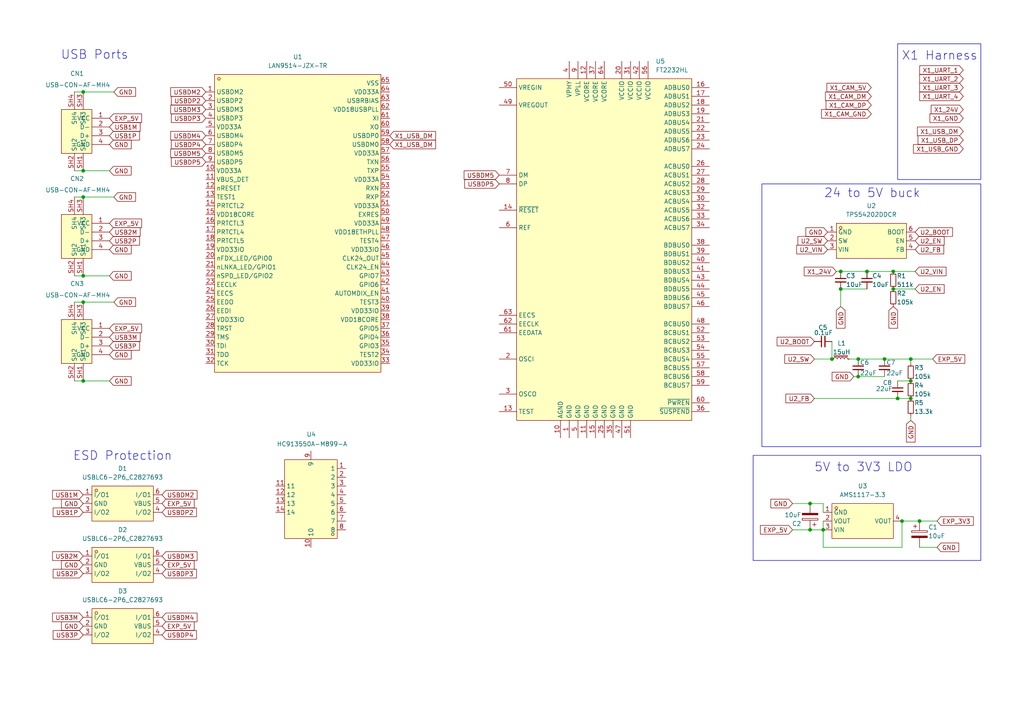
<source format=kicad_sch>
(kicad_sch
	(version 20231120)
	(generator "eeschema")
	(generator_version "8.0")
	(uuid "3583cca4-9208-45d1-9699-3a4cf1f2d2f5")
	(paper "A4")
	(title_block
		(title "X1Plus Expansion Board")
		(date "2024-03-29")
		(rev "2024-03-29")
	)
	(lib_symbols
		(symbol "Device:C_Polarized"
			(pin_numbers hide)
			(pin_names
				(offset 0.254)
			)
			(exclude_from_sim no)
			(in_bom yes)
			(on_board yes)
			(property "Reference" "C"
				(at 0.635 2.54 0)
				(effects
					(font
						(size 1.27 1.27)
					)
					(justify left)
				)
			)
			(property "Value" "C_Polarized"
				(at 0.635 -2.54 0)
				(effects
					(font
						(size 1.27 1.27)
					)
					(justify left)
				)
			)
			(property "Footprint" ""
				(at 0.9652 -3.81 0)
				(effects
					(font
						(size 1.27 1.27)
					)
					(hide yes)
				)
			)
			(property "Datasheet" "~"
				(at 0 0 0)
				(effects
					(font
						(size 1.27 1.27)
					)
					(hide yes)
				)
			)
			(property "Description" "Polarized capacitor"
				(at 0 0 0)
				(effects
					(font
						(size 1.27 1.27)
					)
					(hide yes)
				)
			)
			(property "ki_keywords" "cap capacitor"
				(at 0 0 0)
				(effects
					(font
						(size 1.27 1.27)
					)
					(hide yes)
				)
			)
			(property "ki_fp_filters" "CP_*"
				(at 0 0 0)
				(effects
					(font
						(size 1.27 1.27)
					)
					(hide yes)
				)
			)
			(symbol "C_Polarized_0_1"
				(rectangle
					(start -2.286 0.508)
					(end 2.286 1.016)
					(stroke
						(width 0)
						(type default)
					)
					(fill
						(type none)
					)
				)
				(polyline
					(pts
						(xy -1.778 2.286) (xy -0.762 2.286)
					)
					(stroke
						(width 0)
						(type default)
					)
					(fill
						(type none)
					)
				)
				(polyline
					(pts
						(xy -1.27 2.794) (xy -1.27 1.778)
					)
					(stroke
						(width 0)
						(type default)
					)
					(fill
						(type none)
					)
				)
				(rectangle
					(start 2.286 -0.508)
					(end -2.286 -1.016)
					(stroke
						(width 0)
						(type default)
					)
					(fill
						(type outline)
					)
				)
			)
			(symbol "C_Polarized_1_1"
				(pin passive line
					(at 0 3.81 270)
					(length 2.794)
					(name "~"
						(effects
							(font
								(size 1.27 1.27)
							)
						)
					)
					(number "1"
						(effects
							(font
								(size 1.27 1.27)
							)
						)
					)
				)
				(pin passive line
					(at 0 -3.81 90)
					(length 2.794)
					(name "~"
						(effects
							(font
								(size 1.27 1.27)
							)
						)
					)
					(number "2"
						(effects
							(font
								(size 1.27 1.27)
							)
						)
					)
				)
			)
		)
		(symbol "Device:C_Small"
			(pin_numbers hide)
			(pin_names
				(offset 0.254) hide)
			(exclude_from_sim no)
			(in_bom yes)
			(on_board yes)
			(property "Reference" "C"
				(at 0.254 1.778 0)
				(effects
					(font
						(size 1.27 1.27)
					)
					(justify left)
				)
			)
			(property "Value" "C_Small"
				(at 0.254 -2.032 0)
				(effects
					(font
						(size 1.27 1.27)
					)
					(justify left)
				)
			)
			(property "Footprint" ""
				(at 0 0 0)
				(effects
					(font
						(size 1.27 1.27)
					)
					(hide yes)
				)
			)
			(property "Datasheet" "~"
				(at 0 0 0)
				(effects
					(font
						(size 1.27 1.27)
					)
					(hide yes)
				)
			)
			(property "Description" "Unpolarized capacitor, small symbol"
				(at 0 0 0)
				(effects
					(font
						(size 1.27 1.27)
					)
					(hide yes)
				)
			)
			(property "ki_keywords" "capacitor cap"
				(at 0 0 0)
				(effects
					(font
						(size 1.27 1.27)
					)
					(hide yes)
				)
			)
			(property "ki_fp_filters" "C_*"
				(at 0 0 0)
				(effects
					(font
						(size 1.27 1.27)
					)
					(hide yes)
				)
			)
			(symbol "C_Small_0_1"
				(polyline
					(pts
						(xy -1.524 -0.508) (xy 1.524 -0.508)
					)
					(stroke
						(width 0.3302)
						(type default)
					)
					(fill
						(type none)
					)
				)
				(polyline
					(pts
						(xy -1.524 0.508) (xy 1.524 0.508)
					)
					(stroke
						(width 0.3048)
						(type default)
					)
					(fill
						(type none)
					)
				)
			)
			(symbol "C_Small_1_1"
				(pin passive line
					(at 0 2.54 270)
					(length 2.032)
					(name "~"
						(effects
							(font
								(size 1.27 1.27)
							)
						)
					)
					(number "1"
						(effects
							(font
								(size 1.27 1.27)
							)
						)
					)
				)
				(pin passive line
					(at 0 -2.54 90)
					(length 2.032)
					(name "~"
						(effects
							(font
								(size 1.27 1.27)
							)
						)
					)
					(number "2"
						(effects
							(font
								(size 1.27 1.27)
							)
						)
					)
				)
			)
		)
		(symbol "Device:L_Iron_Small"
			(pin_numbers hide)
			(pin_names
				(offset 0.254) hide)
			(exclude_from_sim no)
			(in_bom yes)
			(on_board yes)
			(property "Reference" "L"
				(at 1.27 1.016 0)
				(effects
					(font
						(size 1.27 1.27)
					)
					(justify left)
				)
			)
			(property "Value" "L_Iron_Small"
				(at 1.27 -1.27 0)
				(effects
					(font
						(size 1.27 1.27)
					)
					(justify left)
				)
			)
			(property "Footprint" ""
				(at 0 0 0)
				(effects
					(font
						(size 1.27 1.27)
					)
					(hide yes)
				)
			)
			(property "Datasheet" "~"
				(at 0 0 0)
				(effects
					(font
						(size 1.27 1.27)
					)
					(hide yes)
				)
			)
			(property "Description" "Inductor with iron core, small symbol"
				(at 0 0 0)
				(effects
					(font
						(size 1.27 1.27)
					)
					(hide yes)
				)
			)
			(property "ki_keywords" "inductor choke coil reactor magnetic"
				(at 0 0 0)
				(effects
					(font
						(size 1.27 1.27)
					)
					(hide yes)
				)
			)
			(property "ki_fp_filters" "Choke_* *Coil* Inductor_* L_*"
				(at 0 0 0)
				(effects
					(font
						(size 1.27 1.27)
					)
					(hide yes)
				)
			)
			(symbol "L_Iron_Small_0_1"
				(arc
					(start 0 -2.032)
					(mid 0.5058 -1.524)
					(end 0 -1.016)
					(stroke
						(width 0)
						(type default)
					)
					(fill
						(type none)
					)
				)
				(arc
					(start 0 -1.016)
					(mid 0.5058 -0.508)
					(end 0 0)
					(stroke
						(width 0)
						(type default)
					)
					(fill
						(type none)
					)
				)
				(polyline
					(pts
						(xy 0.762 2.032) (xy 0.762 -2.032)
					)
					(stroke
						(width 0)
						(type default)
					)
					(fill
						(type none)
					)
				)
				(polyline
					(pts
						(xy 1.016 -2.032) (xy 1.016 2.032)
					)
					(stroke
						(width 0)
						(type default)
					)
					(fill
						(type none)
					)
				)
				(arc
					(start 0 0)
					(mid 0.5058 0.508)
					(end 0 1.016)
					(stroke
						(width 0)
						(type default)
					)
					(fill
						(type none)
					)
				)
				(arc
					(start 0 1.016)
					(mid 0.5058 1.524)
					(end 0 2.032)
					(stroke
						(width 0)
						(type default)
					)
					(fill
						(type none)
					)
				)
			)
			(symbol "L_Iron_Small_1_1"
				(pin passive line
					(at 0 2.54 270)
					(length 0.508)
					(name "~"
						(effects
							(font
								(size 1.27 1.27)
							)
						)
					)
					(number "1"
						(effects
							(font
								(size 1.27 1.27)
							)
						)
					)
				)
				(pin passive line
					(at 0 -2.54 90)
					(length 0.508)
					(name "~"
						(effects
							(font
								(size 1.27 1.27)
							)
						)
					)
					(number "2"
						(effects
							(font
								(size 1.27 1.27)
							)
						)
					)
				)
			)
		)
		(symbol "Device:R_Small"
			(pin_numbers hide)
			(pin_names
				(offset 0.254) hide)
			(exclude_from_sim no)
			(in_bom yes)
			(on_board yes)
			(property "Reference" "R"
				(at 0.762 0.508 0)
				(effects
					(font
						(size 1.27 1.27)
					)
					(justify left)
				)
			)
			(property "Value" "R_Small"
				(at 0.762 -1.016 0)
				(effects
					(font
						(size 1.27 1.27)
					)
					(justify left)
				)
			)
			(property "Footprint" ""
				(at 0 0 0)
				(effects
					(font
						(size 1.27 1.27)
					)
					(hide yes)
				)
			)
			(property "Datasheet" "~"
				(at 0 0 0)
				(effects
					(font
						(size 1.27 1.27)
					)
					(hide yes)
				)
			)
			(property "Description" "Resistor, small symbol"
				(at 0 0 0)
				(effects
					(font
						(size 1.27 1.27)
					)
					(hide yes)
				)
			)
			(property "ki_keywords" "R resistor"
				(at 0 0 0)
				(effects
					(font
						(size 1.27 1.27)
					)
					(hide yes)
				)
			)
			(property "ki_fp_filters" "R_*"
				(at 0 0 0)
				(effects
					(font
						(size 1.27 1.27)
					)
					(hide yes)
				)
			)
			(symbol "R_Small_0_1"
				(rectangle
					(start -0.762 1.778)
					(end 0.762 -1.778)
					(stroke
						(width 0.2032)
						(type default)
					)
					(fill
						(type none)
					)
				)
			)
			(symbol "R_Small_1_1"
				(pin passive line
					(at 0 2.54 270)
					(length 0.762)
					(name "~"
						(effects
							(font
								(size 1.27 1.27)
							)
						)
					)
					(number "1"
						(effects
							(font
								(size 1.27 1.27)
							)
						)
					)
				)
				(pin passive line
					(at 0 -2.54 90)
					(length 0.762)
					(name "~"
						(effects
							(font
								(size 1.27 1.27)
							)
						)
					)
					(number "2"
						(effects
							(font
								(size 1.27 1.27)
							)
						)
					)
				)
			)
		)
		(symbol "easyeda2kicad:AMS1117-3.3"
			(exclude_from_sim no)
			(in_bom yes)
			(on_board yes)
			(property "Reference" "U"
				(at 0 7.62 0)
				(effects
					(font
						(size 1.27 1.27)
					)
				)
			)
			(property "Value" "AMS1117-3.3"
				(at 0 -7.62 0)
				(effects
					(font
						(size 1.27 1.27)
					)
				)
			)
			(property "Footprint" "easyeda2kicad:SOT-223-3_L6.5-W3.4-P2.30-LS7.0-BR"
				(at 0 -10.16 0)
				(effects
					(font
						(size 1.27 1.27)
					)
					(hide yes)
				)
			)
			(property "Datasheet" "https://lcsc.com/product-detail/Low-Dropout-Regulators-LDO_AMS_AMS1117-3-3_AMS1117-3-3_C6186.html"
				(at 0 -12.7 0)
				(effects
					(font
						(size 1.27 1.27)
					)
					(hide yes)
				)
			)
			(property "Description" ""
				(at 0 0 0)
				(effects
					(font
						(size 1.27 1.27)
					)
					(hide yes)
				)
			)
			(property "LCSC Part" "C6186"
				(at 0 -15.24 0)
				(effects
					(font
						(size 1.27 1.27)
					)
					(hide yes)
				)
			)
			(symbol "AMS1117-3.3_0_1"
				(rectangle
					(start -8.89 5.08)
					(end 8.89 -5.08)
					(stroke
						(width 0)
						(type default)
					)
					(fill
						(type background)
					)
				)
				(circle
					(center -7.62 3.81)
					(radius 0.38)
					(stroke
						(width 0)
						(type default)
					)
					(fill
						(type none)
					)
				)
				(pin unspecified line
					(at -11.43 2.54 0)
					(length 2.54)
					(name "GND"
						(effects
							(font
								(size 1.27 1.27)
							)
						)
					)
					(number "1"
						(effects
							(font
								(size 1.27 1.27)
							)
						)
					)
				)
				(pin unspecified line
					(at -11.43 0 0)
					(length 2.54)
					(name "VOUT"
						(effects
							(font
								(size 1.27 1.27)
							)
						)
					)
					(number "2"
						(effects
							(font
								(size 1.27 1.27)
							)
						)
					)
				)
				(pin unspecified line
					(at -11.43 -2.54 0)
					(length 2.54)
					(name "VIN"
						(effects
							(font
								(size 1.27 1.27)
							)
						)
					)
					(number "3"
						(effects
							(font
								(size 1.27 1.27)
							)
						)
					)
				)
				(pin unspecified line
					(at 11.43 0 180)
					(length 2.54)
					(name "VOUT"
						(effects
							(font
								(size 1.27 1.27)
							)
						)
					)
					(number "4"
						(effects
							(font
								(size 1.27 1.27)
							)
						)
					)
				)
			)
		)
		(symbol "easyeda2kicad:FT2232HL"
			(exclude_from_sim no)
			(in_bom yes)
			(on_board yes)
			(property "Reference" "U"
				(at 0 59.69 0)
				(effects
					(font
						(size 1.27 1.27)
					)
				)
			)
			(property "Value" "FT2232HL"
				(at 0 -59.69 0)
				(effects
					(font
						(size 1.27 1.27)
					)
				)
			)
			(property "Footprint" "easyeda2kicad:LQFP-64_L10.0-W10.0-P0.50-LS12.0-TL"
				(at 0 -62.23 0)
				(effects
					(font
						(size 1.27 1.27)
					)
					(hide yes)
				)
			)
			(property "Datasheet" "https://lcsc.com/product-detail/USB_FTDI_FT2232HL_FT2232HL_C27882.html"
				(at 0 -64.77 0)
				(effects
					(font
						(size 1.27 1.27)
					)
					(hide yes)
				)
			)
			(property "Description" ""
				(at 0 0 0)
				(effects
					(font
						(size 1.27 1.27)
					)
					(hide yes)
				)
			)
			(property "LCSC Part" "C27882"
				(at 0 -67.31 0)
				(effects
					(font
						(size 1.27 1.27)
					)
					(hide yes)
				)
			)
			(symbol "FT2232HL_0_1"
				(rectangle
					(start -25.4 49.53)
					(end 25.4 -49.53)
					(stroke
						(width 0)
						(type default)
					)
					(fill
						(type background)
					)
				)
				(pin power_in line
					(at -10.16 -54.61 90)
					(length 5.08)
					(name "GND"
						(effects
							(font
								(size 1.27 1.27)
							)
						)
					)
					(number "1"
						(effects
							(font
								(size 1.27 1.27)
							)
						)
					)
				)
				(pin power_in line
					(at -12.7 -54.61 90)
					(length 5.08)
					(name "AGND"
						(effects
							(font
								(size 1.27 1.27)
							)
						)
					)
					(number "10"
						(effects
							(font
								(size 1.27 1.27)
							)
						)
					)
				)
				(pin power_in line
					(at -5.08 -54.61 90)
					(length 5.08)
					(name "GND"
						(effects
							(font
								(size 1.27 1.27)
							)
						)
					)
					(number "11"
						(effects
							(font
								(size 1.27 1.27)
							)
						)
					)
				)
				(pin power_in line
					(at -5.08 54.61 270)
					(length 5.08)
					(name "VCORE"
						(effects
							(font
								(size 1.27 1.27)
							)
						)
					)
					(number "12"
						(effects
							(font
								(size 1.27 1.27)
							)
						)
					)
				)
				(pin unspecified line
					(at -30.48 -46.99 0)
					(length 5.08)
					(name "TEST"
						(effects
							(font
								(size 1.27 1.27)
							)
						)
					)
					(number "13"
						(effects
							(font
								(size 1.27 1.27)
							)
						)
					)
				)
				(pin unspecified line
					(at -30.48 11.43 0)
					(length 5.08)
					(name "~{RESET}"
						(effects
							(font
								(size 1.27 1.27)
							)
						)
					)
					(number "14"
						(effects
							(font
								(size 1.27 1.27)
							)
						)
					)
				)
				(pin power_in line
					(at -2.54 -54.61 90)
					(length 5.08)
					(name "GND"
						(effects
							(font
								(size 1.27 1.27)
							)
						)
					)
					(number "15"
						(effects
							(font
								(size 1.27 1.27)
							)
						)
					)
				)
				(pin bidirectional line
					(at 30.48 46.99 180)
					(length 5.08)
					(name "ADBUS0"
						(effects
							(font
								(size 1.27 1.27)
							)
						)
					)
					(number "16"
						(effects
							(font
								(size 1.27 1.27)
							)
						)
					)
				)
				(pin bidirectional line
					(at 30.48 44.45 180)
					(length 5.08)
					(name "ADBUS1"
						(effects
							(font
								(size 1.27 1.27)
							)
						)
					)
					(number "17"
						(effects
							(font
								(size 1.27 1.27)
							)
						)
					)
				)
				(pin bidirectional line
					(at 30.48 41.91 180)
					(length 5.08)
					(name "ADBUS2"
						(effects
							(font
								(size 1.27 1.27)
							)
						)
					)
					(number "18"
						(effects
							(font
								(size 1.27 1.27)
							)
						)
					)
				)
				(pin bidirectional line
					(at 30.48 39.37 180)
					(length 5.08)
					(name "ADBUS3"
						(effects
							(font
								(size 1.27 1.27)
							)
						)
					)
					(number "19"
						(effects
							(font
								(size 1.27 1.27)
							)
						)
					)
				)
				(pin unspecified line
					(at -30.48 -31.75 0)
					(length 5.08)
					(name "OSCI"
						(effects
							(font
								(size 1.27 1.27)
							)
						)
					)
					(number "2"
						(effects
							(font
								(size 1.27 1.27)
							)
						)
					)
				)
				(pin power_in line
					(at 5.08 54.61 270)
					(length 5.08)
					(name "VCCIO"
						(effects
							(font
								(size 1.27 1.27)
							)
						)
					)
					(number "20"
						(effects
							(font
								(size 1.27 1.27)
							)
						)
					)
				)
				(pin bidirectional line
					(at 30.48 36.83 180)
					(length 5.08)
					(name "ADBUS4"
						(effects
							(font
								(size 1.27 1.27)
							)
						)
					)
					(number "21"
						(effects
							(font
								(size 1.27 1.27)
							)
						)
					)
				)
				(pin bidirectional line
					(at 30.48 34.29 180)
					(length 5.08)
					(name "ADBUS5"
						(effects
							(font
								(size 1.27 1.27)
							)
						)
					)
					(number "22"
						(effects
							(font
								(size 1.27 1.27)
							)
						)
					)
				)
				(pin bidirectional line
					(at 30.48 31.75 180)
					(length 5.08)
					(name "ADBUS6"
						(effects
							(font
								(size 1.27 1.27)
							)
						)
					)
					(number "23"
						(effects
							(font
								(size 1.27 1.27)
							)
						)
					)
				)
				(pin bidirectional line
					(at 30.48 29.21 180)
					(length 5.08)
					(name "ADBUS7"
						(effects
							(font
								(size 1.27 1.27)
							)
						)
					)
					(number "24"
						(effects
							(font
								(size 1.27 1.27)
							)
						)
					)
				)
				(pin power_in line
					(at 0 -54.61 90)
					(length 5.08)
					(name "GND"
						(effects
							(font
								(size 1.27 1.27)
							)
						)
					)
					(number "25"
						(effects
							(font
								(size 1.27 1.27)
							)
						)
					)
				)
				(pin bidirectional line
					(at 30.48 24.13 180)
					(length 5.08)
					(name "ACBUS0"
						(effects
							(font
								(size 1.27 1.27)
							)
						)
					)
					(number "26"
						(effects
							(font
								(size 1.27 1.27)
							)
						)
					)
				)
				(pin bidirectional line
					(at 30.48 21.59 180)
					(length 5.08)
					(name "ACBUS1"
						(effects
							(font
								(size 1.27 1.27)
							)
						)
					)
					(number "27"
						(effects
							(font
								(size 1.27 1.27)
							)
						)
					)
				)
				(pin bidirectional line
					(at 30.48 19.05 180)
					(length 5.08)
					(name "ACBUS2"
						(effects
							(font
								(size 1.27 1.27)
							)
						)
					)
					(number "28"
						(effects
							(font
								(size 1.27 1.27)
							)
						)
					)
				)
				(pin bidirectional line
					(at 30.48 16.51 180)
					(length 5.08)
					(name "ACBUS3"
						(effects
							(font
								(size 1.27 1.27)
							)
						)
					)
					(number "29"
						(effects
							(font
								(size 1.27 1.27)
							)
						)
					)
				)
				(pin output line
					(at -30.48 -41.91 0)
					(length 5.08)
					(name "OSCO"
						(effects
							(font
								(size 1.27 1.27)
							)
						)
					)
					(number "3"
						(effects
							(font
								(size 1.27 1.27)
							)
						)
					)
				)
				(pin bidirectional line
					(at 30.48 13.97 180)
					(length 5.08)
					(name "ACBUS4"
						(effects
							(font
								(size 1.27 1.27)
							)
						)
					)
					(number "30"
						(effects
							(font
								(size 1.27 1.27)
							)
						)
					)
				)
				(pin power_in line
					(at 7.62 54.61 270)
					(length 5.08)
					(name "VCCIO"
						(effects
							(font
								(size 1.27 1.27)
							)
						)
					)
					(number "31"
						(effects
							(font
								(size 1.27 1.27)
							)
						)
					)
				)
				(pin bidirectional line
					(at 30.48 11.43 180)
					(length 5.08)
					(name "ACBUS5"
						(effects
							(font
								(size 1.27 1.27)
							)
						)
					)
					(number "32"
						(effects
							(font
								(size 1.27 1.27)
							)
						)
					)
				)
				(pin bidirectional line
					(at 30.48 8.89 180)
					(length 5.08)
					(name "ACBUS6"
						(effects
							(font
								(size 1.27 1.27)
							)
						)
					)
					(number "33"
						(effects
							(font
								(size 1.27 1.27)
							)
						)
					)
				)
				(pin bidirectional line
					(at 30.48 6.35 180)
					(length 5.08)
					(name "ACBUS7"
						(effects
							(font
								(size 1.27 1.27)
							)
						)
					)
					(number "34"
						(effects
							(font
								(size 1.27 1.27)
							)
						)
					)
				)
				(pin power_in line
					(at 2.54 -54.61 90)
					(length 5.08)
					(name "GND"
						(effects
							(font
								(size 1.27 1.27)
							)
						)
					)
					(number "35"
						(effects
							(font
								(size 1.27 1.27)
							)
						)
					)
				)
				(pin output line
					(at 30.48 -46.99 180)
					(length 5.08)
					(name "~{SUSPEND}"
						(effects
							(font
								(size 1.27 1.27)
							)
						)
					)
					(number "36"
						(effects
							(font
								(size 1.27 1.27)
							)
						)
					)
				)
				(pin power_in line
					(at -2.54 54.61 270)
					(length 5.08)
					(name "VCORE"
						(effects
							(font
								(size 1.27 1.27)
							)
						)
					)
					(number "37"
						(effects
							(font
								(size 1.27 1.27)
							)
						)
					)
				)
				(pin bidirectional line
					(at 30.48 1.27 180)
					(length 5.08)
					(name "BDBUS0"
						(effects
							(font
								(size 1.27 1.27)
							)
						)
					)
					(number "38"
						(effects
							(font
								(size 1.27 1.27)
							)
						)
					)
				)
				(pin bidirectional line
					(at 30.48 -1.27 180)
					(length 5.08)
					(name "BDBUS1"
						(effects
							(font
								(size 1.27 1.27)
							)
						)
					)
					(number "39"
						(effects
							(font
								(size 1.27 1.27)
							)
						)
					)
				)
				(pin power_in line
					(at -10.16 54.61 270)
					(length 5.08)
					(name "VPHY"
						(effects
							(font
								(size 1.27 1.27)
							)
						)
					)
					(number "4"
						(effects
							(font
								(size 1.27 1.27)
							)
						)
					)
				)
				(pin bidirectional line
					(at 30.48 -3.81 180)
					(length 5.08)
					(name "BDBUS2"
						(effects
							(font
								(size 1.27 1.27)
							)
						)
					)
					(number "40"
						(effects
							(font
								(size 1.27 1.27)
							)
						)
					)
				)
				(pin bidirectional line
					(at 30.48 -6.35 180)
					(length 5.08)
					(name "BDBUS3"
						(effects
							(font
								(size 1.27 1.27)
							)
						)
					)
					(number "41"
						(effects
							(font
								(size 1.27 1.27)
							)
						)
					)
				)
				(pin power_in line
					(at 10.16 54.61 270)
					(length 5.08)
					(name "VCCIO"
						(effects
							(font
								(size 1.27 1.27)
							)
						)
					)
					(number "42"
						(effects
							(font
								(size 1.27 1.27)
							)
						)
					)
				)
				(pin bidirectional line
					(at 30.48 -8.89 180)
					(length 5.08)
					(name "BDBUS4"
						(effects
							(font
								(size 1.27 1.27)
							)
						)
					)
					(number "43"
						(effects
							(font
								(size 1.27 1.27)
							)
						)
					)
				)
				(pin bidirectional line
					(at 30.48 -11.43 180)
					(length 5.08)
					(name "BDBUS5"
						(effects
							(font
								(size 1.27 1.27)
							)
						)
					)
					(number "44"
						(effects
							(font
								(size 1.27 1.27)
							)
						)
					)
				)
				(pin bidirectional line
					(at 30.48 -13.97 180)
					(length 5.08)
					(name "BDBUS6"
						(effects
							(font
								(size 1.27 1.27)
							)
						)
					)
					(number "45"
						(effects
							(font
								(size 1.27 1.27)
							)
						)
					)
				)
				(pin bidirectional line
					(at 30.48 -16.51 180)
					(length 5.08)
					(name "BDBUS7"
						(effects
							(font
								(size 1.27 1.27)
							)
						)
					)
					(number "46"
						(effects
							(font
								(size 1.27 1.27)
							)
						)
					)
				)
				(pin power_in line
					(at 5.08 -54.61 90)
					(length 5.08)
					(name "GND"
						(effects
							(font
								(size 1.27 1.27)
							)
						)
					)
					(number "47"
						(effects
							(font
								(size 1.27 1.27)
							)
						)
					)
				)
				(pin bidirectional line
					(at 30.48 -21.59 180)
					(length 5.08)
					(name "BCBUS0"
						(effects
							(font
								(size 1.27 1.27)
							)
						)
					)
					(number "48"
						(effects
							(font
								(size 1.27 1.27)
							)
						)
					)
				)
				(pin power_in line
					(at -30.48 41.91 0)
					(length 5.08)
					(name "VREGOUT"
						(effects
							(font
								(size 1.27 1.27)
							)
						)
					)
					(number "49"
						(effects
							(font
								(size 1.27 1.27)
							)
						)
					)
				)
				(pin power_in line
					(at -7.62 -54.61 90)
					(length 5.08)
					(name "GND"
						(effects
							(font
								(size 1.27 1.27)
							)
						)
					)
					(number "5"
						(effects
							(font
								(size 1.27 1.27)
							)
						)
					)
				)
				(pin power_in line
					(at -30.48 46.99 0)
					(length 5.08)
					(name "VREGIN"
						(effects
							(font
								(size 1.27 1.27)
							)
						)
					)
					(number "50"
						(effects
							(font
								(size 1.27 1.27)
							)
						)
					)
				)
				(pin power_in line
					(at 7.62 -54.61 90)
					(length 5.08)
					(name "GND"
						(effects
							(font
								(size 1.27 1.27)
							)
						)
					)
					(number "51"
						(effects
							(font
								(size 1.27 1.27)
							)
						)
					)
				)
				(pin bidirectional line
					(at 30.48 -24.13 180)
					(length 5.08)
					(name "BCBUS1"
						(effects
							(font
								(size 1.27 1.27)
							)
						)
					)
					(number "52"
						(effects
							(font
								(size 1.27 1.27)
							)
						)
					)
				)
				(pin bidirectional line
					(at 30.48 -26.67 180)
					(length 5.08)
					(name "BCBUS2"
						(effects
							(font
								(size 1.27 1.27)
							)
						)
					)
					(number "53"
						(effects
							(font
								(size 1.27 1.27)
							)
						)
					)
				)
				(pin bidirectional line
					(at 30.48 -29.21 180)
					(length 5.08)
					(name "BCBUS3"
						(effects
							(font
								(size 1.27 1.27)
							)
						)
					)
					(number "54"
						(effects
							(font
								(size 1.27 1.27)
							)
						)
					)
				)
				(pin bidirectional line
					(at 30.48 -31.75 180)
					(length 5.08)
					(name "BCBUS4"
						(effects
							(font
								(size 1.27 1.27)
							)
						)
					)
					(number "55"
						(effects
							(font
								(size 1.27 1.27)
							)
						)
					)
				)
				(pin power_in line
					(at 12.7 54.61 270)
					(length 5.08)
					(name "VCCIO"
						(effects
							(font
								(size 1.27 1.27)
							)
						)
					)
					(number "56"
						(effects
							(font
								(size 1.27 1.27)
							)
						)
					)
				)
				(pin bidirectional line
					(at 30.48 -34.29 180)
					(length 5.08)
					(name "BCBUS5"
						(effects
							(font
								(size 1.27 1.27)
							)
						)
					)
					(number "57"
						(effects
							(font
								(size 1.27 1.27)
							)
						)
					)
				)
				(pin bidirectional line
					(at 30.48 -36.83 180)
					(length 5.08)
					(name "BCBUS6"
						(effects
							(font
								(size 1.27 1.27)
							)
						)
					)
					(number "58"
						(effects
							(font
								(size 1.27 1.27)
							)
						)
					)
				)
				(pin bidirectional line
					(at 30.48 -39.37 180)
					(length 5.08)
					(name "BCBUS7"
						(effects
							(font
								(size 1.27 1.27)
							)
						)
					)
					(number "59"
						(effects
							(font
								(size 1.27 1.27)
							)
						)
					)
				)
				(pin unspecified line
					(at -30.48 6.35 0)
					(length 5.08)
					(name "REF"
						(effects
							(font
								(size 1.27 1.27)
							)
						)
					)
					(number "6"
						(effects
							(font
								(size 1.27 1.27)
							)
						)
					)
				)
				(pin output line
					(at 30.48 -44.45 180)
					(length 5.08)
					(name "~{PWREN}"
						(effects
							(font
								(size 1.27 1.27)
							)
						)
					)
					(number "60"
						(effects
							(font
								(size 1.27 1.27)
							)
						)
					)
				)
				(pin bidirectional line
					(at -30.48 -24.13 0)
					(length 5.08)
					(name "EEDATA"
						(effects
							(font
								(size 1.27 1.27)
							)
						)
					)
					(number "61"
						(effects
							(font
								(size 1.27 1.27)
							)
						)
					)
				)
				(pin output line
					(at -30.48 -21.59 0)
					(length 5.08)
					(name "EECLK"
						(effects
							(font
								(size 1.27 1.27)
							)
						)
					)
					(number "62"
						(effects
							(font
								(size 1.27 1.27)
							)
						)
					)
				)
				(pin bidirectional line
					(at -30.48 -19.05 0)
					(length 5.08)
					(name "EECS"
						(effects
							(font
								(size 1.27 1.27)
							)
						)
					)
					(number "63"
						(effects
							(font
								(size 1.27 1.27)
							)
						)
					)
				)
				(pin power_in line
					(at 0 54.61 270)
					(length 5.08)
					(name "VCORE"
						(effects
							(font
								(size 1.27 1.27)
							)
						)
					)
					(number "64"
						(effects
							(font
								(size 1.27 1.27)
							)
						)
					)
				)
				(pin unspecified line
					(at -30.48 21.59 0)
					(length 5.08)
					(name "DM"
						(effects
							(font
								(size 1.27 1.27)
							)
						)
					)
					(number "7"
						(effects
							(font
								(size 1.27 1.27)
							)
						)
					)
				)
				(pin unspecified line
					(at -30.48 19.05 0)
					(length 5.08)
					(name "DP"
						(effects
							(font
								(size 1.27 1.27)
							)
						)
					)
					(number "8"
						(effects
							(font
								(size 1.27 1.27)
							)
						)
					)
				)
				(pin power_in line
					(at -7.62 54.61 270)
					(length 5.08)
					(name "VPLL"
						(effects
							(font
								(size 1.27 1.27)
							)
						)
					)
					(number "9"
						(effects
							(font
								(size 1.27 1.27)
							)
						)
					)
				)
			)
		)
		(symbol "easyeda2kicad:HC913550A-M899-A"
			(exclude_from_sim no)
			(in_bom yes)
			(on_board yes)
			(property "Reference" "U"
				(at 0 15.24 0)
				(effects
					(font
						(size 1.27 1.27)
					)
				)
			)
			(property "Value" "HC913550A-M899-A"
				(at 0 -15.24 0)
				(effects
					(font
						(size 1.27 1.27)
					)
				)
			)
			(property "Footprint" "easyeda2kicad:RJ45-TH_HC913550A-M899-A"
				(at 0 -17.78 0)
				(effects
					(font
						(size 1.27 1.27)
					)
					(hide yes)
				)
			)
			(property "Datasheet" ""
				(at 0 0 0)
				(effects
					(font
						(size 1.27 1.27)
					)
					(hide yes)
				)
			)
			(property "Description" ""
				(at 0 0 0)
				(effects
					(font
						(size 1.27 1.27)
					)
					(hide yes)
				)
			)
			(property "LCSC Part" "C3021374"
				(at 0 -20.32 0)
				(effects
					(font
						(size 1.27 1.27)
					)
					(hide yes)
				)
			)
			(symbol "HC913550A-M899-A_0_1"
				(rectangle
					(start -11.43 7.62)
					(end 11.43 -7.62)
					(stroke
						(width 0)
						(type default)
					)
					(fill
						(type background)
					)
				)
				(circle
					(center 10.16 6.35)
					(radius 0.38)
					(stroke
						(width 0)
						(type default)
					)
					(fill
						(type none)
					)
				)
				(pin unspecified line
					(at -8.89 10.16 270)
					(length 2.54)
					(name "1"
						(effects
							(font
								(size 1.27 1.27)
							)
						)
					)
					(number "1"
						(effects
							(font
								(size 1.27 1.27)
							)
						)
					)
				)
				(pin unspecified line
					(at 13.97 0 180)
					(length 2.54)
					(name "10"
						(effects
							(font
								(size 1.27 1.27)
							)
						)
					)
					(number "10"
						(effects
							(font
								(size 1.27 1.27)
							)
						)
					)
				)
				(pin unspecified line
					(at -3.81 -10.16 90)
					(length 2.54)
					(name "11"
						(effects
							(font
								(size 1.27 1.27)
							)
						)
					)
					(number "11"
						(effects
							(font
								(size 1.27 1.27)
							)
						)
					)
				)
				(pin unspecified line
					(at -1.27 -10.16 90)
					(length 2.54)
					(name "12"
						(effects
							(font
								(size 1.27 1.27)
							)
						)
					)
					(number "12"
						(effects
							(font
								(size 1.27 1.27)
							)
						)
					)
				)
				(pin unspecified line
					(at 1.27 -10.16 90)
					(length 2.54)
					(name "13"
						(effects
							(font
								(size 1.27 1.27)
							)
						)
					)
					(number "13"
						(effects
							(font
								(size 1.27 1.27)
							)
						)
					)
				)
				(pin unspecified line
					(at 3.81 -10.16 90)
					(length 2.54)
					(name "14"
						(effects
							(font
								(size 1.27 1.27)
							)
						)
					)
					(number "14"
						(effects
							(font
								(size 1.27 1.27)
							)
						)
					)
				)
				(pin unspecified line
					(at -6.35 10.16 270)
					(length 2.54)
					(name "2"
						(effects
							(font
								(size 1.27 1.27)
							)
						)
					)
					(number "2"
						(effects
							(font
								(size 1.27 1.27)
							)
						)
					)
				)
				(pin unspecified line
					(at -3.81 10.16 270)
					(length 2.54)
					(name "3"
						(effects
							(font
								(size 1.27 1.27)
							)
						)
					)
					(number "3"
						(effects
							(font
								(size 1.27 1.27)
							)
						)
					)
				)
				(pin unspecified line
					(at -1.27 10.16 270)
					(length 2.54)
					(name "4"
						(effects
							(font
								(size 1.27 1.27)
							)
						)
					)
					(number "4"
						(effects
							(font
								(size 1.27 1.27)
							)
						)
					)
				)
				(pin unspecified line
					(at 1.27 10.16 270)
					(length 2.54)
					(name "5"
						(effects
							(font
								(size 1.27 1.27)
							)
						)
					)
					(number "5"
						(effects
							(font
								(size 1.27 1.27)
							)
						)
					)
				)
				(pin unspecified line
					(at 3.81 10.16 270)
					(length 2.54)
					(name "6"
						(effects
							(font
								(size 1.27 1.27)
							)
						)
					)
					(number "6"
						(effects
							(font
								(size 1.27 1.27)
							)
						)
					)
				)
				(pin unspecified line
					(at 6.35 10.16 270)
					(length 2.54)
					(name "7"
						(effects
							(font
								(size 1.27 1.27)
							)
						)
					)
					(number "7"
						(effects
							(font
								(size 1.27 1.27)
							)
						)
					)
				)
				(pin unspecified line
					(at 8.89 10.16 270)
					(length 2.54)
					(name "8"
						(effects
							(font
								(size 1.27 1.27)
							)
						)
					)
					(number "8"
						(effects
							(font
								(size 1.27 1.27)
							)
						)
					)
				)
				(pin unspecified line
					(at -13.97 0 0)
					(length 2.54)
					(name "9"
						(effects
							(font
								(size 1.27 1.27)
							)
						)
					)
					(number "9"
						(effects
							(font
								(size 1.27 1.27)
							)
						)
					)
				)
			)
		)
		(symbol "easyeda2kicad:LAN9514-JZX-TR"
			(exclude_from_sim no)
			(in_bom yes)
			(on_board yes)
			(property "Reference" "U"
				(at 0 45.72 0)
				(effects
					(font
						(size 1.27 1.27)
					)
				)
			)
			(property "Value" "LAN9514-JZX-TR"
				(at 0 -45.72 0)
				(effects
					(font
						(size 1.27 1.27)
					)
				)
			)
			(property "Footprint" "easyeda2kicad:QFN-64_L9.0-W9.0-P0.50-BL-EP7.2"
				(at 0 -48.26 0)
				(effects
					(font
						(size 1.27 1.27)
					)
					(hide yes)
				)
			)
			(property "Datasheet" ""
				(at 0 0 0)
				(effects
					(font
						(size 1.27 1.27)
					)
					(hide yes)
				)
			)
			(property "Description" ""
				(at 0 0 0)
				(effects
					(font
						(size 1.27 1.27)
					)
					(hide yes)
				)
			)
			(property "LCSC Part" "C625111"
				(at 0 -50.8 0)
				(effects
					(font
						(size 1.27 1.27)
					)
					(hide yes)
				)
			)
			(symbol "LAN9514-JZX-TR_0_1"
				(rectangle
					(start -24.13 43.18)
					(end 24.13 -43.18)
					(stroke
						(width 0)
						(type default)
					)
					(fill
						(type background)
					)
				)
				(circle
					(center -22.86 41.91)
					(radius 0.38)
					(stroke
						(width 0)
						(type default)
					)
					(fill
						(type none)
					)
				)
				(pin unspecified line
					(at -26.67 38.1 0)
					(length 2.54)
					(name "USBDM2"
						(effects
							(font
								(size 1.27 1.27)
							)
						)
					)
					(number "1"
						(effects
							(font
								(size 1.27 1.27)
							)
						)
					)
				)
				(pin unspecified line
					(at -26.67 15.24 0)
					(length 2.54)
					(name "VDD33A"
						(effects
							(font
								(size 1.27 1.27)
							)
						)
					)
					(number "10"
						(effects
							(font
								(size 1.27 1.27)
							)
						)
					)
				)
				(pin unspecified line
					(at -26.67 12.7 0)
					(length 2.54)
					(name "VBUS_DET"
						(effects
							(font
								(size 1.27 1.27)
							)
						)
					)
					(number "11"
						(effects
							(font
								(size 1.27 1.27)
							)
						)
					)
				)
				(pin unspecified line
					(at -26.67 10.16 0)
					(length 2.54)
					(name "nRESET"
						(effects
							(font
								(size 1.27 1.27)
							)
						)
					)
					(number "12"
						(effects
							(font
								(size 1.27 1.27)
							)
						)
					)
				)
				(pin unspecified line
					(at -26.67 7.62 0)
					(length 2.54)
					(name "TEST1"
						(effects
							(font
								(size 1.27 1.27)
							)
						)
					)
					(number "13"
						(effects
							(font
								(size 1.27 1.27)
							)
						)
					)
				)
				(pin unspecified line
					(at -26.67 5.08 0)
					(length 2.54)
					(name "PRTCTL2"
						(effects
							(font
								(size 1.27 1.27)
							)
						)
					)
					(number "14"
						(effects
							(font
								(size 1.27 1.27)
							)
						)
					)
				)
				(pin unspecified line
					(at -26.67 2.54 0)
					(length 2.54)
					(name "VDD18CORE"
						(effects
							(font
								(size 1.27 1.27)
							)
						)
					)
					(number "15"
						(effects
							(font
								(size 1.27 1.27)
							)
						)
					)
				)
				(pin unspecified line
					(at -26.67 0 0)
					(length 2.54)
					(name "PRTCTL3"
						(effects
							(font
								(size 1.27 1.27)
							)
						)
					)
					(number "16"
						(effects
							(font
								(size 1.27 1.27)
							)
						)
					)
				)
				(pin unspecified line
					(at -26.67 -2.54 0)
					(length 2.54)
					(name "PRTCTL4"
						(effects
							(font
								(size 1.27 1.27)
							)
						)
					)
					(number "17"
						(effects
							(font
								(size 1.27 1.27)
							)
						)
					)
				)
				(pin unspecified line
					(at -26.67 -5.08 0)
					(length 2.54)
					(name "PRTCTL5"
						(effects
							(font
								(size 1.27 1.27)
							)
						)
					)
					(number "18"
						(effects
							(font
								(size 1.27 1.27)
							)
						)
					)
				)
				(pin unspecified line
					(at -26.67 -7.62 0)
					(length 2.54)
					(name "VDD33IO"
						(effects
							(font
								(size 1.27 1.27)
							)
						)
					)
					(number "19"
						(effects
							(font
								(size 1.27 1.27)
							)
						)
					)
				)
				(pin unspecified line
					(at -26.67 35.56 0)
					(length 2.54)
					(name "USBDP2"
						(effects
							(font
								(size 1.27 1.27)
							)
						)
					)
					(number "2"
						(effects
							(font
								(size 1.27 1.27)
							)
						)
					)
				)
				(pin unspecified line
					(at -26.67 -10.16 0)
					(length 2.54)
					(name "nFDX_LED/GPIO0"
						(effects
							(font
								(size 1.27 1.27)
							)
						)
					)
					(number "20"
						(effects
							(font
								(size 1.27 1.27)
							)
						)
					)
				)
				(pin unspecified line
					(at -26.67 -12.7 0)
					(length 2.54)
					(name "nLNKA_LED/GPIO1"
						(effects
							(font
								(size 1.27 1.27)
							)
						)
					)
					(number "21"
						(effects
							(font
								(size 1.27 1.27)
							)
						)
					)
				)
				(pin unspecified line
					(at -26.67 -15.24 0)
					(length 2.54)
					(name "nSPD_LED/GPIO2"
						(effects
							(font
								(size 1.27 1.27)
							)
						)
					)
					(number "22"
						(effects
							(font
								(size 1.27 1.27)
							)
						)
					)
				)
				(pin unspecified line
					(at -26.67 -17.78 0)
					(length 2.54)
					(name "EECLK"
						(effects
							(font
								(size 1.27 1.27)
							)
						)
					)
					(number "23"
						(effects
							(font
								(size 1.27 1.27)
							)
						)
					)
				)
				(pin unspecified line
					(at -26.67 -20.32 0)
					(length 2.54)
					(name "EECS"
						(effects
							(font
								(size 1.27 1.27)
							)
						)
					)
					(number "24"
						(effects
							(font
								(size 1.27 1.27)
							)
						)
					)
				)
				(pin unspecified line
					(at -26.67 -22.86 0)
					(length 2.54)
					(name "EEDO"
						(effects
							(font
								(size 1.27 1.27)
							)
						)
					)
					(number "25"
						(effects
							(font
								(size 1.27 1.27)
							)
						)
					)
				)
				(pin unspecified line
					(at -26.67 -25.4 0)
					(length 2.54)
					(name "EEDI"
						(effects
							(font
								(size 1.27 1.27)
							)
						)
					)
					(number "26"
						(effects
							(font
								(size 1.27 1.27)
							)
						)
					)
				)
				(pin unspecified line
					(at -26.67 -27.94 0)
					(length 2.54)
					(name "VDD33IO"
						(effects
							(font
								(size 1.27 1.27)
							)
						)
					)
					(number "27"
						(effects
							(font
								(size 1.27 1.27)
							)
						)
					)
				)
				(pin unspecified line
					(at -26.67 -30.48 0)
					(length 2.54)
					(name "TRST"
						(effects
							(font
								(size 1.27 1.27)
							)
						)
					)
					(number "28"
						(effects
							(font
								(size 1.27 1.27)
							)
						)
					)
				)
				(pin unspecified line
					(at -26.67 -33.02 0)
					(length 2.54)
					(name "TMS"
						(effects
							(font
								(size 1.27 1.27)
							)
						)
					)
					(number "29"
						(effects
							(font
								(size 1.27 1.27)
							)
						)
					)
				)
				(pin unspecified line
					(at -26.67 33.02 0)
					(length 2.54)
					(name "USBDM3"
						(effects
							(font
								(size 1.27 1.27)
							)
						)
					)
					(number "3"
						(effects
							(font
								(size 1.27 1.27)
							)
						)
					)
				)
				(pin unspecified line
					(at -26.67 -35.56 0)
					(length 2.54)
					(name "TDI"
						(effects
							(font
								(size 1.27 1.27)
							)
						)
					)
					(number "30"
						(effects
							(font
								(size 1.27 1.27)
							)
						)
					)
				)
				(pin unspecified line
					(at -26.67 -38.1 0)
					(length 2.54)
					(name "TDO"
						(effects
							(font
								(size 1.27 1.27)
							)
						)
					)
					(number "31"
						(effects
							(font
								(size 1.27 1.27)
							)
						)
					)
				)
				(pin unspecified line
					(at -26.67 -40.64 0)
					(length 2.54)
					(name "TCK"
						(effects
							(font
								(size 1.27 1.27)
							)
						)
					)
					(number "32"
						(effects
							(font
								(size 1.27 1.27)
							)
						)
					)
				)
				(pin unspecified line
					(at 26.67 -40.64 180)
					(length 2.54)
					(name "VDD33IO"
						(effects
							(font
								(size 1.27 1.27)
							)
						)
					)
					(number "33"
						(effects
							(font
								(size 1.27 1.27)
							)
						)
					)
				)
				(pin unspecified line
					(at 26.67 -38.1 180)
					(length 2.54)
					(name "TEST2"
						(effects
							(font
								(size 1.27 1.27)
							)
						)
					)
					(number "34"
						(effects
							(font
								(size 1.27 1.27)
							)
						)
					)
				)
				(pin unspecified line
					(at 26.67 -35.56 180)
					(length 2.54)
					(name "GPIO3"
						(effects
							(font
								(size 1.27 1.27)
							)
						)
					)
					(number "35"
						(effects
							(font
								(size 1.27 1.27)
							)
						)
					)
				)
				(pin unspecified line
					(at 26.67 -33.02 180)
					(length 2.54)
					(name "GPIO4"
						(effects
							(font
								(size 1.27 1.27)
							)
						)
					)
					(number "36"
						(effects
							(font
								(size 1.27 1.27)
							)
						)
					)
				)
				(pin unspecified line
					(at 26.67 -30.48 180)
					(length 2.54)
					(name "GPIO5"
						(effects
							(font
								(size 1.27 1.27)
							)
						)
					)
					(number "37"
						(effects
							(font
								(size 1.27 1.27)
							)
						)
					)
				)
				(pin unspecified line
					(at 26.67 -27.94 180)
					(length 2.54)
					(name "VDD18CORE"
						(effects
							(font
								(size 1.27 1.27)
							)
						)
					)
					(number "38"
						(effects
							(font
								(size 1.27 1.27)
							)
						)
					)
				)
				(pin unspecified line
					(at 26.67 -25.4 180)
					(length 2.54)
					(name "VDD33IO"
						(effects
							(font
								(size 1.27 1.27)
							)
						)
					)
					(number "39"
						(effects
							(font
								(size 1.27 1.27)
							)
						)
					)
				)
				(pin unspecified line
					(at -26.67 30.48 0)
					(length 2.54)
					(name "USBDP3"
						(effects
							(font
								(size 1.27 1.27)
							)
						)
					)
					(number "4"
						(effects
							(font
								(size 1.27 1.27)
							)
						)
					)
				)
				(pin unspecified line
					(at 26.67 -22.86 180)
					(length 2.54)
					(name "TEST3"
						(effects
							(font
								(size 1.27 1.27)
							)
						)
					)
					(number "40"
						(effects
							(font
								(size 1.27 1.27)
							)
						)
					)
				)
				(pin unspecified line
					(at 26.67 -20.32 180)
					(length 2.54)
					(name "AUTOMDIX_EN"
						(effects
							(font
								(size 1.27 1.27)
							)
						)
					)
					(number "41"
						(effects
							(font
								(size 1.27 1.27)
							)
						)
					)
				)
				(pin unspecified line
					(at 26.67 -17.78 180)
					(length 2.54)
					(name "GPIO6"
						(effects
							(font
								(size 1.27 1.27)
							)
						)
					)
					(number "42"
						(effects
							(font
								(size 1.27 1.27)
							)
						)
					)
				)
				(pin unspecified line
					(at 26.67 -15.24 180)
					(length 2.54)
					(name "GPIO7"
						(effects
							(font
								(size 1.27 1.27)
							)
						)
					)
					(number "43"
						(effects
							(font
								(size 1.27 1.27)
							)
						)
					)
				)
				(pin unspecified line
					(at 26.67 -12.7 180)
					(length 2.54)
					(name "CLK24_EN"
						(effects
							(font
								(size 1.27 1.27)
							)
						)
					)
					(number "44"
						(effects
							(font
								(size 1.27 1.27)
							)
						)
					)
				)
				(pin unspecified line
					(at 26.67 -10.16 180)
					(length 2.54)
					(name "CLK24_OUT"
						(effects
							(font
								(size 1.27 1.27)
							)
						)
					)
					(number "45"
						(effects
							(font
								(size 1.27 1.27)
							)
						)
					)
				)
				(pin unspecified line
					(at 26.67 -7.62 180)
					(length 2.54)
					(name "VDD33IO"
						(effects
							(font
								(size 1.27 1.27)
							)
						)
					)
					(number "46"
						(effects
							(font
								(size 1.27 1.27)
							)
						)
					)
				)
				(pin unspecified line
					(at 26.67 -5.08 180)
					(length 2.54)
					(name "TEST4"
						(effects
							(font
								(size 1.27 1.27)
							)
						)
					)
					(number "47"
						(effects
							(font
								(size 1.27 1.27)
							)
						)
					)
				)
				(pin unspecified line
					(at 26.67 -2.54 180)
					(length 2.54)
					(name "VDD18ETHPLL"
						(effects
							(font
								(size 1.27 1.27)
							)
						)
					)
					(number "48"
						(effects
							(font
								(size 1.27 1.27)
							)
						)
					)
				)
				(pin unspecified line
					(at 26.67 0 180)
					(length 2.54)
					(name "VDD33A"
						(effects
							(font
								(size 1.27 1.27)
							)
						)
					)
					(number "49"
						(effects
							(font
								(size 1.27 1.27)
							)
						)
					)
				)
				(pin unspecified line
					(at -26.67 27.94 0)
					(length 2.54)
					(name "VDD33A"
						(effects
							(font
								(size 1.27 1.27)
							)
						)
					)
					(number "5"
						(effects
							(font
								(size 1.27 1.27)
							)
						)
					)
				)
				(pin unspecified line
					(at 26.67 2.54 180)
					(length 2.54)
					(name "EXRES"
						(effects
							(font
								(size 1.27 1.27)
							)
						)
					)
					(number "50"
						(effects
							(font
								(size 1.27 1.27)
							)
						)
					)
				)
				(pin unspecified line
					(at 26.67 5.08 180)
					(length 2.54)
					(name "VDD33A"
						(effects
							(font
								(size 1.27 1.27)
							)
						)
					)
					(number "51"
						(effects
							(font
								(size 1.27 1.27)
							)
						)
					)
				)
				(pin unspecified line
					(at 26.67 7.62 180)
					(length 2.54)
					(name "RXP"
						(effects
							(font
								(size 1.27 1.27)
							)
						)
					)
					(number "52"
						(effects
							(font
								(size 1.27 1.27)
							)
						)
					)
				)
				(pin unspecified line
					(at 26.67 10.16 180)
					(length 2.54)
					(name "RXN"
						(effects
							(font
								(size 1.27 1.27)
							)
						)
					)
					(number "53"
						(effects
							(font
								(size 1.27 1.27)
							)
						)
					)
				)
				(pin unspecified line
					(at 26.67 12.7 180)
					(length 2.54)
					(name "VDD33A"
						(effects
							(font
								(size 1.27 1.27)
							)
						)
					)
					(number "54"
						(effects
							(font
								(size 1.27 1.27)
							)
						)
					)
				)
				(pin unspecified line
					(at 26.67 15.24 180)
					(length 2.54)
					(name "TXP"
						(effects
							(font
								(size 1.27 1.27)
							)
						)
					)
					(number "55"
						(effects
							(font
								(size 1.27 1.27)
							)
						)
					)
				)
				(pin unspecified line
					(at 26.67 17.78 180)
					(length 2.54)
					(name "TXN"
						(effects
							(font
								(size 1.27 1.27)
							)
						)
					)
					(number "56"
						(effects
							(font
								(size 1.27 1.27)
							)
						)
					)
				)
				(pin unspecified line
					(at 26.67 20.32 180)
					(length 2.54)
					(name "VDD33A"
						(effects
							(font
								(size 1.27 1.27)
							)
						)
					)
					(number "57"
						(effects
							(font
								(size 1.27 1.27)
							)
						)
					)
				)
				(pin unspecified line
					(at 26.67 22.86 180)
					(length 2.54)
					(name "USBDM0"
						(effects
							(font
								(size 1.27 1.27)
							)
						)
					)
					(number "58"
						(effects
							(font
								(size 1.27 1.27)
							)
						)
					)
				)
				(pin unspecified line
					(at 26.67 25.4 180)
					(length 2.54)
					(name "USBDP0"
						(effects
							(font
								(size 1.27 1.27)
							)
						)
					)
					(number "59"
						(effects
							(font
								(size 1.27 1.27)
							)
						)
					)
				)
				(pin unspecified line
					(at -26.67 25.4 0)
					(length 2.54)
					(name "USBDM4"
						(effects
							(font
								(size 1.27 1.27)
							)
						)
					)
					(number "6"
						(effects
							(font
								(size 1.27 1.27)
							)
						)
					)
				)
				(pin unspecified line
					(at 26.67 27.94 180)
					(length 2.54)
					(name "XO"
						(effects
							(font
								(size 1.27 1.27)
							)
						)
					)
					(number "60"
						(effects
							(font
								(size 1.27 1.27)
							)
						)
					)
				)
				(pin unspecified line
					(at 26.67 30.48 180)
					(length 2.54)
					(name "XI"
						(effects
							(font
								(size 1.27 1.27)
							)
						)
					)
					(number "61"
						(effects
							(font
								(size 1.27 1.27)
							)
						)
					)
				)
				(pin unspecified line
					(at 26.67 33.02 180)
					(length 2.54)
					(name "VDD18USBPLL"
						(effects
							(font
								(size 1.27 1.27)
							)
						)
					)
					(number "62"
						(effects
							(font
								(size 1.27 1.27)
							)
						)
					)
				)
				(pin unspecified line
					(at 26.67 35.56 180)
					(length 2.54)
					(name "USBRBIAS"
						(effects
							(font
								(size 1.27 1.27)
							)
						)
					)
					(number "63"
						(effects
							(font
								(size 1.27 1.27)
							)
						)
					)
				)
				(pin unspecified line
					(at 26.67 38.1 180)
					(length 2.54)
					(name "VDD33A"
						(effects
							(font
								(size 1.27 1.27)
							)
						)
					)
					(number "64"
						(effects
							(font
								(size 1.27 1.27)
							)
						)
					)
				)
				(pin unspecified line
					(at 26.67 40.64 180)
					(length 2.54)
					(name "VSS"
						(effects
							(font
								(size 1.27 1.27)
							)
						)
					)
					(number "65"
						(effects
							(font
								(size 1.27 1.27)
							)
						)
					)
				)
				(pin unspecified line
					(at -26.67 22.86 0)
					(length 2.54)
					(name "USBDP4"
						(effects
							(font
								(size 1.27 1.27)
							)
						)
					)
					(number "7"
						(effects
							(font
								(size 1.27 1.27)
							)
						)
					)
				)
				(pin unspecified line
					(at -26.67 20.32 0)
					(length 2.54)
					(name "USBDM5"
						(effects
							(font
								(size 1.27 1.27)
							)
						)
					)
					(number "8"
						(effects
							(font
								(size 1.27 1.27)
							)
						)
					)
				)
				(pin unspecified line
					(at -26.67 17.78 0)
					(length 2.54)
					(name "USBDP5"
						(effects
							(font
								(size 1.27 1.27)
							)
						)
					)
					(number "9"
						(effects
							(font
								(size 1.27 1.27)
							)
						)
					)
				)
			)
		)
		(symbol "easyeda2kicad:TPS54202DDCR"
			(exclude_from_sim no)
			(in_bom yes)
			(on_board yes)
			(property "Reference" "U"
				(at 0 7.62 0)
				(effects
					(font
						(size 1.27 1.27)
					)
				)
			)
			(property "Value" "TPS54202DDCR"
				(at 0 -7.62 0)
				(effects
					(font
						(size 1.27 1.27)
					)
				)
			)
			(property "Footprint" "easyeda2kicad:SOT-23-6_L2.9-W1.6-P0.95-LS2.8-BL"
				(at 0 -10.16 0)
				(effects
					(font
						(size 1.27 1.27)
					)
					(hide yes)
				)
			)
			(property "Datasheet" "https://lcsc.com/product-detail/Others_Texas-Instruments_TPS54202DDCR_Texas-Instruments-TI-TPS54202DDCR_C191884.html"
				(at 0 -12.7 0)
				(effects
					(font
						(size 1.27 1.27)
					)
					(hide yes)
				)
			)
			(property "Description" ""
				(at 0 0 0)
				(effects
					(font
						(size 1.27 1.27)
					)
					(hide yes)
				)
			)
			(property "LCSC Part" "C191884"
				(at 0 -15.24 0)
				(effects
					(font
						(size 1.27 1.27)
					)
					(hide yes)
				)
			)
			(symbol "TPS54202DDCR_0_1"
				(rectangle
					(start -10.16 5.08)
					(end 10.16 -5.08)
					(stroke
						(width 0)
						(type default)
					)
					(fill
						(type background)
					)
				)
				(circle
					(center -8.89 3.81)
					(radius 0.38)
					(stroke
						(width 0)
						(type default)
					)
					(fill
						(type none)
					)
				)
				(pin unspecified line
					(at -12.7 2.54 0)
					(length 2.54)
					(name "GND"
						(effects
							(font
								(size 1.27 1.27)
							)
						)
					)
					(number "1"
						(effects
							(font
								(size 1.27 1.27)
							)
						)
					)
				)
				(pin unspecified line
					(at -12.7 0 0)
					(length 2.54)
					(name "SW"
						(effects
							(font
								(size 1.27 1.27)
							)
						)
					)
					(number "2"
						(effects
							(font
								(size 1.27 1.27)
							)
						)
					)
				)
				(pin unspecified line
					(at -12.7 -2.54 0)
					(length 2.54)
					(name "VIN"
						(effects
							(font
								(size 1.27 1.27)
							)
						)
					)
					(number "3"
						(effects
							(font
								(size 1.27 1.27)
							)
						)
					)
				)
				(pin unspecified line
					(at 12.7 -2.54 180)
					(length 2.54)
					(name "FB"
						(effects
							(font
								(size 1.27 1.27)
							)
						)
					)
					(number "4"
						(effects
							(font
								(size 1.27 1.27)
							)
						)
					)
				)
				(pin unspecified line
					(at 12.7 0 180)
					(length 2.54)
					(name "EN"
						(effects
							(font
								(size 1.27 1.27)
							)
						)
					)
					(number "5"
						(effects
							(font
								(size 1.27 1.27)
							)
						)
					)
				)
				(pin unspecified line
					(at 12.7 2.54 180)
					(length 2.54)
					(name "BOOT"
						(effects
							(font
								(size 1.27 1.27)
							)
						)
					)
					(number "6"
						(effects
							(font
								(size 1.27 1.27)
							)
						)
					)
				)
			)
		)
		(symbol "easyeda2kicad:USB-CON-AF-MH4"
			(exclude_from_sim no)
			(in_bom yes)
			(on_board yes)
			(property "Reference" "CN"
				(at 0 17.78 0)
				(effects
					(font
						(size 1.27 1.27)
					)
				)
			)
			(property "Value" "USB-CON-AF-MH4"
				(at 0 -15.24 0)
				(effects
					(font
						(size 1.27 1.27)
					)
				)
			)
			(property "Footprint" "easyeda2kicad:USB-A-SMD_AF-MH4"
				(at 0 -17.78 0)
				(effects
					(font
						(size 1.27 1.27)
					)
					(hide yes)
				)
			)
			(property "Datasheet" "https://lcsc.com/product-detail/USB-Connectors_A-FPaste-board-Aparagraph-104-Pins6-3-LCPVinyl6-3-High-temperature_C42593.html"
				(at 0 -20.32 0)
				(effects
					(font
						(size 1.27 1.27)
					)
					(hide yes)
				)
			)
			(property "Description" ""
				(at 0 0 0)
				(effects
					(font
						(size 1.27 1.27)
					)
					(hide yes)
				)
			)
			(property "LCSC Part" "C42593"
				(at 0 -22.86 0)
				(effects
					(font
						(size 1.27 1.27)
					)
					(hide yes)
				)
			)
			(symbol "USB-CON-AF-MH4_0_1"
				(rectangle
					(start -6.35 7.62)
					(end 2.54 -5.08)
					(stroke
						(width 0)
						(type default)
					)
					(fill
						(type background)
					)
				)
				(pin input line
					(at 7.62 5.08 180)
					(length 5.08)
					(name "VCC"
						(effects
							(font
								(size 1.27 1.27)
							)
						)
					)
					(number "1"
						(effects
							(font
								(size 1.27 1.27)
							)
						)
					)
				)
				(pin input line
					(at 7.62 2.54 180)
					(length 5.08)
					(name "D-"
						(effects
							(font
								(size 1.27 1.27)
							)
						)
					)
					(number "2"
						(effects
							(font
								(size 1.27 1.27)
							)
						)
					)
				)
				(pin input line
					(at 7.62 0 180)
					(length 5.08)
					(name "D+"
						(effects
							(font
								(size 1.27 1.27)
							)
						)
					)
					(number "3"
						(effects
							(font
								(size 1.27 1.27)
							)
						)
					)
				)
				(pin input line
					(at 7.62 -2.54 180)
					(length 5.08)
					(name "GND"
						(effects
							(font
								(size 1.27 1.27)
							)
						)
					)
					(number "4"
						(effects
							(font
								(size 1.27 1.27)
							)
						)
					)
				)
				(pin unspecified line
					(at 0 -10.16 90)
					(length 5.08)
					(name "SH1"
						(effects
							(font
								(size 1.27 1.27)
							)
						)
					)
					(number "SH1"
						(effects
							(font
								(size 1.27 1.27)
							)
						)
					)
				)
				(pin unspecified line
					(at -2.54 -10.16 90)
					(length 5.08)
					(name "SH2"
						(effects
							(font
								(size 1.27 1.27)
							)
						)
					)
					(number "SH2"
						(effects
							(font
								(size 1.27 1.27)
							)
						)
					)
				)
				(pin unspecified line
					(at 0 12.7 270)
					(length 5.08)
					(name "SH3"
						(effects
							(font
								(size 1.27 1.27)
							)
						)
					)
					(number "SH3"
						(effects
							(font
								(size 1.27 1.27)
							)
						)
					)
				)
				(pin unspecified line
					(at -2.54 12.7 270)
					(length 5.08)
					(name "SH4"
						(effects
							(font
								(size 1.27 1.27)
							)
						)
					)
					(number "SH4"
						(effects
							(font
								(size 1.27 1.27)
							)
						)
					)
				)
			)
		)
		(symbol "easyeda2kicad:USBLC6-2P6_C2827693"
			(exclude_from_sim no)
			(in_bom yes)
			(on_board yes)
			(property "Reference" "D"
				(at 0 7.62 0)
				(effects
					(font
						(size 1.27 1.27)
					)
				)
			)
			(property "Value" "USBLC6-2P6_C2827693"
				(at 0 -7.62 0)
				(effects
					(font
						(size 1.27 1.27)
					)
				)
			)
			(property "Footprint" "easyeda2kicad:SOT-666-6_L1.6-W1.2-P0.50-LS1.6-BL"
				(at 0 -10.16 0)
				(effects
					(font
						(size 1.27 1.27)
					)
					(hide yes)
				)
			)
			(property "Datasheet" ""
				(at 0 0 0)
				(effects
					(font
						(size 1.27 1.27)
					)
					(hide yes)
				)
			)
			(property "Description" ""
				(at 0 0 0)
				(effects
					(font
						(size 1.27 1.27)
					)
					(hide yes)
				)
			)
			(property "LCSC Part" "C2827693"
				(at 0 -12.7 0)
				(effects
					(font
						(size 1.27 1.27)
					)
					(hide yes)
				)
			)
			(symbol "USBLC6-2P6_C2827693_0_1"
				(rectangle
					(start -8.89 5.08)
					(end 8.89 -5.08)
					(stroke
						(width 0)
						(type default)
					)
					(fill
						(type background)
					)
				)
				(circle
					(center -7.62 3.81)
					(radius 0.38)
					(stroke
						(width 0)
						(type default)
					)
					(fill
						(type none)
					)
				)
				(pin unspecified line
					(at -11.43 2.54 0)
					(length 2.54)
					(name "I/O1"
						(effects
							(font
								(size 1.27 1.27)
							)
						)
					)
					(number "1"
						(effects
							(font
								(size 1.27 1.27)
							)
						)
					)
				)
				(pin unspecified line
					(at -11.43 0 0)
					(length 2.54)
					(name "GND"
						(effects
							(font
								(size 1.27 1.27)
							)
						)
					)
					(number "2"
						(effects
							(font
								(size 1.27 1.27)
							)
						)
					)
				)
				(pin unspecified line
					(at -11.43 -2.54 0)
					(length 2.54)
					(name "I/O2"
						(effects
							(font
								(size 1.27 1.27)
							)
						)
					)
					(number "3"
						(effects
							(font
								(size 1.27 1.27)
							)
						)
					)
				)
				(pin unspecified line
					(at 11.43 -2.54 180)
					(length 2.54)
					(name "I/O2"
						(effects
							(font
								(size 1.27 1.27)
							)
						)
					)
					(number "4"
						(effects
							(font
								(size 1.27 1.27)
							)
						)
					)
				)
				(pin unspecified line
					(at 11.43 0 180)
					(length 2.54)
					(name "VBUS"
						(effects
							(font
								(size 1.27 1.27)
							)
						)
					)
					(number "5"
						(effects
							(font
								(size 1.27 1.27)
							)
						)
					)
				)
				(pin unspecified line
					(at 11.43 2.54 180)
					(length 2.54)
					(name "I/O1"
						(effects
							(font
								(size 1.27 1.27)
							)
						)
					)
					(number "6"
						(effects
							(font
								(size 1.27 1.27)
							)
						)
					)
				)
			)
		)
	)
	(junction
		(at 24.13 57.15)
		(diameter 0)
		(color 0 0 0 0)
		(uuid "0c0aaf06-15d4-43fe-b140-c6c24d262b5f")
	)
	(junction
		(at 234.95 153.67)
		(diameter 0)
		(color 0 0 0 0)
		(uuid "17838d41-297a-45ba-b781-725b0cb44f98")
	)
	(junction
		(at 266.7 151.13)
		(diameter 0)
		(color 0 0 0 0)
		(uuid "3e106d5c-6596-4679-83c9-1a229533ba59")
	)
	(junction
		(at 24.13 49.53)
		(diameter 0)
		(color 0 0 0 0)
		(uuid "3f42d3c2-084c-454f-ba67-69699b06ff56")
	)
	(junction
		(at 241.3 104.14)
		(diameter 0)
		(color 0 0 0 0)
		(uuid "4342ee69-4406-4716-8457-5176c341c863")
	)
	(junction
		(at 259.08 83.82)
		(diameter 0)
		(color 0 0 0 0)
		(uuid "5c77aaa9-262c-48a9-8b5b-b1daf5905a0b")
	)
	(junction
		(at 251.46 78.74)
		(diameter 0)
		(color 0 0 0 0)
		(uuid "646e816c-ae1c-4671-b7c0-02917aa547b0")
	)
	(junction
		(at 260.35 115.57)
		(diameter 0)
		(color 0 0 0 0)
		(uuid "6e3b1155-d4ff-40e8-9162-8dbfe509423a")
	)
	(junction
		(at 256.54 104.14)
		(diameter 0)
		(color 0 0 0 0)
		(uuid "731a8415-e390-4a9b-a520-1bbaf3545836")
	)
	(junction
		(at 261.62 151.13)
		(diameter 0)
		(color 0 0 0 0)
		(uuid "9e9e066c-8e4e-4ac4-953d-ce7fff238ffc")
	)
	(junction
		(at 24.13 87.63)
		(diameter 0)
		(color 0 0 0 0)
		(uuid "9f505991-7052-4b87-8b30-1def86029a98")
	)
	(junction
		(at 24.13 80.01)
		(diameter 0)
		(color 0 0 0 0)
		(uuid "aa7fc397-de78-484e-846b-fddbee768ca3")
	)
	(junction
		(at 248.92 104.14)
		(diameter 0)
		(color 0 0 0 0)
		(uuid "ba7f9df7-c019-40ee-97f9-a215a33a63bd")
	)
	(junction
		(at 264.16 104.14)
		(diameter 0)
		(color 0 0 0 0)
		(uuid "c4febaa2-cf1c-4e07-ae0b-c177f64a3ca2")
	)
	(junction
		(at 264.16 115.57)
		(diameter 0)
		(color 0 0 0 0)
		(uuid "ceba24c8-682c-43cc-b49d-bfb2eda93e7c")
	)
	(junction
		(at 24.13 26.67)
		(diameter 0)
		(color 0 0 0 0)
		(uuid "dcc14cd4-5e1f-4890-94ec-f80683944d64")
	)
	(junction
		(at 259.08 78.74)
		(diameter 0)
		(color 0 0 0 0)
		(uuid "e666497b-e995-45ab-9081-cc34e631dfe3")
	)
	(junction
		(at 234.95 146.05)
		(diameter 0)
		(color 0 0 0 0)
		(uuid "ecb836fd-7715-4176-b909-441a82ec688e")
	)
	(junction
		(at 243.84 83.82)
		(diameter 0)
		(color 0 0 0 0)
		(uuid "ed1549d7-299c-4a7f-88c2-e528e3f54158")
	)
	(junction
		(at 243.84 78.74)
		(diameter 0)
		(color 0 0 0 0)
		(uuid "ed520904-6e97-445a-85c5-2eb9c9c253f5")
	)
	(junction
		(at 264.16 110.49)
		(diameter 0)
		(color 0 0 0 0)
		(uuid "f36aeecd-149b-4a86-a512-b8bb4f6c8903")
	)
	(junction
		(at 238.76 153.67)
		(diameter 0)
		(color 0 0 0 0)
		(uuid "f38319ea-8118-4ee7-81d0-47eae5c72cdc")
	)
	(junction
		(at 24.13 110.49)
		(diameter 0)
		(color 0 0 0 0)
		(uuid "fd05a0ea-654d-472f-9bfc-480e7accaaae")
	)
	(junction
		(at 248.92 109.22)
		(diameter 0)
		(color 0 0 0 0)
		(uuid "fee8db30-668c-4b94-b352-a064e028b375")
	)
	(wire
		(pts
			(xy 261.62 151.13) (xy 261.62 158.75)
		)
		(stroke
			(width 0)
			(type default)
		)
		(uuid "05e1cf7d-fbbe-4b09-bc1a-73e61a2b012c")
	)
	(wire
		(pts
			(xy 21.59 57.15) (xy 24.13 57.15)
		)
		(stroke
			(width 0)
			(type default)
		)
		(uuid "086f0853-365d-4c2f-a5c8-b4d6cbd8732e")
	)
	(wire
		(pts
			(xy 266.7 158.75) (xy 271.78 158.75)
		)
		(stroke
			(width 0)
			(type default)
		)
		(uuid "091d8c8b-95ba-4119-a04d-6134d3658b58")
	)
	(wire
		(pts
			(xy 259.08 83.82) (xy 265.43 83.82)
		)
		(stroke
			(width 0)
			(type default)
		)
		(uuid "0a67d13f-d851-4474-984e-d61f371aa685")
	)
	(wire
		(pts
			(xy 242.57 78.74) (xy 243.84 78.74)
		)
		(stroke
			(width 0)
			(type default)
		)
		(uuid "0cb90cac-94ff-4a74-a018-5610e916ba38")
	)
	(wire
		(pts
			(xy 24.13 26.67) (xy 33.02 26.67)
		)
		(stroke
			(width 0)
			(type default)
		)
		(uuid "1405a441-2647-411e-9c27-afa85be1007d")
	)
	(wire
		(pts
			(xy 238.76 151.13) (xy 238.76 153.67)
		)
		(stroke
			(width 0)
			(type default)
		)
		(uuid "169a4411-99b5-4b94-bfd0-455a7f63aa32")
	)
	(wire
		(pts
			(xy 256.54 104.14) (xy 264.16 104.14)
		)
		(stroke
			(width 0)
			(type default)
		)
		(uuid "16f8455a-47af-4df4-ba1e-d69b9726c4b1")
	)
	(wire
		(pts
			(xy 251.46 78.74) (xy 259.08 78.74)
		)
		(stroke
			(width 0)
			(type default)
		)
		(uuid "23b1d7c9-7ea6-47f7-ae7d-5817d275482b")
	)
	(wire
		(pts
			(xy 236.22 115.57) (xy 260.35 115.57)
		)
		(stroke
			(width 0)
			(type default)
		)
		(uuid "2d326ebc-5558-4ed9-b25f-a2aa74956d18")
	)
	(wire
		(pts
			(xy 24.13 87.63) (xy 33.02 87.63)
		)
		(stroke
			(width 0)
			(type default)
		)
		(uuid "33db4d40-e5b3-48ba-9d38-c4a418686016")
	)
	(wire
		(pts
			(xy 243.84 83.82) (xy 251.46 83.82)
		)
		(stroke
			(width 0)
			(type default)
		)
		(uuid "341eea90-f71c-4c04-a170-bca4b995ad08")
	)
	(wire
		(pts
			(xy 21.59 87.63) (xy 24.13 87.63)
		)
		(stroke
			(width 0)
			(type default)
		)
		(uuid "372b5589-964b-4ce7-b46a-d2145182219f")
	)
	(wire
		(pts
			(xy 243.84 78.74) (xy 251.46 78.74)
		)
		(stroke
			(width 0)
			(type default)
		)
		(uuid "44937c06-e791-4915-b649-5841979fda99")
	)
	(wire
		(pts
			(xy 234.95 153.67) (xy 238.76 153.67)
		)
		(stroke
			(width 0)
			(type default)
		)
		(uuid "48ca5c44-c776-44ec-9f49-43639e6da8b7")
	)
	(wire
		(pts
			(xy 241.3 99.06) (xy 241.3 104.14)
		)
		(stroke
			(width 0)
			(type default)
		)
		(uuid "4a5770e2-fa7c-4044-8dbe-388e485d98f0")
	)
	(wire
		(pts
			(xy 266.7 151.13) (xy 271.78 151.13)
		)
		(stroke
			(width 0)
			(type default)
		)
		(uuid "5496f000-ef44-4a1d-bb03-2514484ffc25")
	)
	(wire
		(pts
			(xy 21.59 80.01) (xy 24.13 80.01)
		)
		(stroke
			(width 0)
			(type default)
		)
		(uuid "62442734-e368-4c29-b275-28a2355e844b")
	)
	(wire
		(pts
			(xy 248.92 104.14) (xy 256.54 104.14)
		)
		(stroke
			(width 0)
			(type default)
		)
		(uuid "6d43dcb8-08ce-48e6-ad89-80f155c35e42")
	)
	(wire
		(pts
			(xy 21.59 110.49) (xy 24.13 110.49)
		)
		(stroke
			(width 0)
			(type default)
		)
		(uuid "6d61b511-9520-445a-b25b-db1e6ba7b399")
	)
	(wire
		(pts
			(xy 247.65 109.22) (xy 248.92 109.22)
		)
		(stroke
			(width 0)
			(type default)
		)
		(uuid "7fd011e1-43c5-498e-87e0-428a0f8d1c31")
	)
	(wire
		(pts
			(xy 261.62 151.13) (xy 266.7 151.13)
		)
		(stroke
			(width 0)
			(type default)
		)
		(uuid "8a861783-88f1-49a2-ac74-edac667dd028")
	)
	(wire
		(pts
			(xy 264.16 104.14) (xy 270.51 104.14)
		)
		(stroke
			(width 0)
			(type default)
		)
		(uuid "9730e6e5-2627-468a-9fb4-c6e09751b3bb")
	)
	(wire
		(pts
			(xy 238.76 158.75) (xy 261.62 158.75)
		)
		(stroke
			(width 0)
			(type default)
		)
		(uuid "a0206d04-a0be-4d73-81a6-b14bd5a62e8d")
	)
	(wire
		(pts
			(xy 21.59 49.53) (xy 24.13 49.53)
		)
		(stroke
			(width 0)
			(type default)
		)
		(uuid "a28f03e1-16a5-4578-b720-5c9197a2a7ca")
	)
	(wire
		(pts
			(xy 243.84 88.9) (xy 243.84 83.82)
		)
		(stroke
			(width 0)
			(type default)
		)
		(uuid "a6434cd7-8d7b-4bc6-b00b-c8cef4151fa5")
	)
	(wire
		(pts
			(xy 234.95 146.05) (xy 238.76 146.05)
		)
		(stroke
			(width 0)
			(type default)
		)
		(uuid "a695519f-9d03-4281-bac8-48dec49a92d6")
	)
	(wire
		(pts
			(xy 21.59 26.67) (xy 24.13 26.67)
		)
		(stroke
			(width 0)
			(type default)
		)
		(uuid "ae1e2288-906d-4ab4-8702-7c79ce878c81")
	)
	(wire
		(pts
			(xy 236.22 104.14) (xy 241.3 104.14)
		)
		(stroke
			(width 0)
			(type default)
		)
		(uuid "b519426e-a215-435e-80ad-c622f50fd1e3")
	)
	(wire
		(pts
			(xy 24.13 110.49) (xy 31.75 110.49)
		)
		(stroke
			(width 0)
			(type default)
		)
		(uuid "b6545721-787e-4cba-a8ca-bb8e6be517f4")
	)
	(wire
		(pts
			(xy 229.87 146.05) (xy 234.95 146.05)
		)
		(stroke
			(width 0)
			(type default)
		)
		(uuid "b9813c0d-6a7e-478f-8cf5-a884045a33cd")
	)
	(wire
		(pts
			(xy 246.38 104.14) (xy 248.92 104.14)
		)
		(stroke
			(width 0)
			(type default)
		)
		(uuid "bafbdd4b-a019-42c4-ac05-7707640949ba")
	)
	(wire
		(pts
			(xy 260.35 115.57) (xy 264.16 115.57)
		)
		(stroke
			(width 0)
			(type default)
		)
		(uuid "c4962765-d313-4b52-a5ba-6a245addbc92")
	)
	(wire
		(pts
			(xy 248.92 109.22) (xy 256.54 109.22)
		)
		(stroke
			(width 0)
			(type default)
		)
		(uuid "cc22e841-c875-421d-a841-26321c0aefd7")
	)
	(wire
		(pts
			(xy 238.76 153.67) (xy 238.76 158.75)
		)
		(stroke
			(width 0)
			(type default)
		)
		(uuid "d942f897-145f-47bb-9629-b63d84820b9a")
	)
	(wire
		(pts
			(xy 260.35 110.49) (xy 264.16 110.49)
		)
		(stroke
			(width 0)
			(type default)
		)
		(uuid "dd499301-7558-4156-b21b-3047ad1d6ba0")
	)
	(wire
		(pts
			(xy 24.13 80.01) (xy 31.75 80.01)
		)
		(stroke
			(width 0)
			(type default)
		)
		(uuid "e261de2a-5328-4879-82f6-a0d7481fe2fd")
	)
	(wire
		(pts
			(xy 24.13 49.53) (xy 31.75 49.53)
		)
		(stroke
			(width 0)
			(type default)
		)
		(uuid "e8ea543e-79d2-49b6-90ba-240a574d0044")
	)
	(wire
		(pts
			(xy 264.16 104.14) (xy 264.16 105.41)
		)
		(stroke
			(width 0)
			(type default)
		)
		(uuid "eb616573-c784-4174-9c28-a5416c4a325d")
	)
	(wire
		(pts
			(xy 24.13 57.15) (xy 33.02 57.15)
		)
		(stroke
			(width 0)
			(type default)
		)
		(uuid "ec1d8c7a-8dab-47d5-81d1-73900c21fe86")
	)
	(wire
		(pts
			(xy 264.16 120.65) (xy 264.16 121.92)
		)
		(stroke
			(width 0)
			(type default)
		)
		(uuid "f2f9d07e-0e24-4e2d-b0ef-2a7e84a2769d")
	)
	(wire
		(pts
			(xy 238.76 146.05) (xy 238.76 148.59)
		)
		(stroke
			(width 0)
			(type default)
		)
		(uuid "f3b30a9d-decb-4dfe-ba2f-2a111ccdbcbc")
	)
	(wire
		(pts
			(xy 259.08 78.74) (xy 265.43 78.74)
		)
		(stroke
			(width 0)
			(type default)
		)
		(uuid "fa663a25-c58c-47a3-a1a4-32e59c14be82")
	)
	(wire
		(pts
			(xy 229.87 153.67) (xy 234.95 153.67)
		)
		(stroke
			(width 0)
			(type default)
		)
		(uuid "fc98c902-fdbf-46b0-b54d-a25648cef1a6")
	)
	(rectangle
		(start 220.98 53.34)
		(end 284.48 129.54)
		(stroke
			(width 0)
			(type default)
		)
		(fill
			(type none)
		)
		(uuid 034f2451-cfed-4d28-909e-a89e05a89def)
	)
	(rectangle
		(start 260.35 12.7)
		(end 284.48 52.07)
		(stroke
			(width 0)
			(type default)
		)
		(fill
			(type none)
		)
		(uuid a2c17d76-e6f5-4c0f-81c7-be81f403f720)
	)
	(rectangle
		(start 218.44 132.08)
		(end 284.48 162.56)
		(stroke
			(width 0)
			(type default)
		)
		(fill
			(type none)
		)
		(uuid cb6a529f-d277-4a98-8b7a-dacdd0e2fc80)
	)
	(text "5V to 3V3 LDO"
		(exclude_from_sim no)
		(at 250.444 135.636 0)
		(effects
			(font
				(size 2.54 2.54)
			)
		)
		(uuid "5d1eb751-497d-4eec-8c16-2e26d18394cf")
	)
	(text "X1 Harness"
		(exclude_from_sim no)
		(at 272.542 16.256 0)
		(effects
			(font
				(size 2.54 2.54)
			)
		)
		(uuid "83caa70c-4621-4d16-9f7b-63173d399b37")
	)
	(text "USB Ports"
		(exclude_from_sim no)
		(at 27.432 16.002 0)
		(effects
			(font
				(size 2.54 2.54)
			)
		)
		(uuid "8ee94e9f-8bcf-49ff-b89b-c196b46f536a")
	)
	(text "ESD Protection"
		(exclude_from_sim no)
		(at 35.56 132.334 0)
		(effects
			(font
				(size 2.54 2.54)
			)
		)
		(uuid "edf0d5a7-33ce-438d-b8b0-9363ab07c220")
	)
	(text "24 to 5V buck"
		(exclude_from_sim no)
		(at 252.984 56.134 0)
		(effects
			(font
				(size 2.54 2.54)
			)
		)
		(uuid "f2e525c9-127f-4c07-9532-baf0f27f3b42")
	)
	(global_label "USBDP2"
		(shape input)
		(at 59.69 29.21 180)
		(fields_autoplaced yes)
		(effects
			(font
				(size 1.27 1.27)
			)
			(justify right)
		)
		(uuid "0372b8cc-b5f0-4baa-be3e-03037eb06f1d")
		(property "Intersheetrefs" "${INTERSHEET_REFS}"
			(at 49.1453 29.21 0)
			(effects
				(font
					(size 1.27 1.27)
				)
				(justify right)
				(hide yes)
			)
		)
	)
	(global_label "X1_UART_2"
		(shape input)
		(at 279.4 22.86 180)
		(fields_autoplaced yes)
		(effects
			(font
				(size 1.27 1.27)
			)
			(justify right)
		)
		(uuid "03c7a84d-816d-4409-95f8-c9455b10bb54")
		(property "Intersheetrefs" "${INTERSHEET_REFS}"
			(at 266.1944 22.86 0)
			(effects
				(font
					(size 1.27 1.27)
				)
				(justify right)
				(hide yes)
			)
		)
	)
	(global_label "USBDM5"
		(shape input)
		(at 144.78 50.8 180)
		(fields_autoplaced yes)
		(effects
			(font
				(size 1.27 1.27)
			)
			(justify right)
		)
		(uuid "05124fbc-e8d8-48fd-92e0-ef7f556e66c3")
		(property "Intersheetrefs" "${INTERSHEET_REFS}"
			(at 134.0539 50.8 0)
			(effects
				(font
					(size 1.27 1.27)
				)
				(justify right)
				(hide yes)
			)
		)
	)
	(global_label "U2_VIN"
		(shape input)
		(at 240.03 72.39 180)
		(fields_autoplaced yes)
		(effects
			(font
				(size 1.27 1.27)
			)
			(justify right)
		)
		(uuid "059634f9-e4c3-4ad6-a1d9-b12fd2efbcfa")
		(property "Intersheetrefs" "${INTERSHEET_REFS}"
			(at 230.5133 72.39 0)
			(effects
				(font
					(size 1.27 1.27)
				)
				(justify right)
				(hide yes)
			)
		)
	)
	(global_label "USB3M"
		(shape input)
		(at 24.13 179.07 180)
		(fields_autoplaced yes)
		(effects
			(font
				(size 1.27 1.27)
			)
			(justify right)
		)
		(uuid "05f5c3cb-5d76-4da9-a6f0-6e093ab23258")
		(property "Intersheetrefs" "${INTERSHEET_REFS}"
			(at 14.6739 179.07 0)
			(effects
				(font
					(size 1.27 1.27)
				)
				(justify right)
				(hide yes)
			)
		)
	)
	(global_label "X1_USB_DP"
		(shape input)
		(at 279.4 40.64 180)
		(fields_autoplaced yes)
		(effects
			(font
				(size 1.27 1.27)
			)
			(justify right)
		)
		(uuid "071bcbcc-7385-4bdc-8201-cb3fc196c60d")
		(property "Intersheetrefs" "${INTERSHEET_REFS}"
			(at 265.7106 40.64 0)
			(effects
				(font
					(size 1.27 1.27)
				)
				(justify right)
				(hide yes)
			)
		)
	)
	(global_label "X1_USB_DM"
		(shape input)
		(at 113.03 39.37 0)
		(fields_autoplaced yes)
		(effects
			(font
				(size 1.27 1.27)
			)
			(justify left)
		)
		(uuid "0a5bb670-a96a-473b-9e9e-9dc609a32b2f")
		(property "Intersheetrefs" "${INTERSHEET_REFS}"
			(at 126.9008 39.37 0)
			(effects
				(font
					(size 1.27 1.27)
				)
				(justify left)
				(hide yes)
			)
		)
	)
	(global_label "USB3P"
		(shape input)
		(at 24.13 184.15 180)
		(fields_autoplaced yes)
		(effects
			(font
				(size 1.27 1.27)
			)
			(justify right)
		)
		(uuid "0bdb2de5-d014-4815-b641-c59fbca5f647")
		(property "Intersheetrefs" "${INTERSHEET_REFS}"
			(at 14.8553 184.15 0)
			(effects
				(font
					(size 1.27 1.27)
				)
				(justify right)
				(hide yes)
			)
		)
	)
	(global_label "EXP_5V"
		(shape input)
		(at 46.99 181.61 0)
		(fields_autoplaced yes)
		(effects
			(font
				(size 1.27 1.27)
			)
			(justify left)
		)
		(uuid "0cfdf152-4b25-4a4a-94ff-831ae608c4a0")
		(property "Intersheetrefs" "${INTERSHEET_REFS}"
			(at 56.8694 181.61 0)
			(effects
				(font
					(size 1.27 1.27)
				)
				(justify left)
				(hide yes)
			)
		)
	)
	(global_label "EXP_5V"
		(shape input)
		(at 31.75 64.77 0)
		(fields_autoplaced yes)
		(effects
			(font
				(size 1.27 1.27)
			)
			(justify left)
		)
		(uuid "105a4b95-faa2-4b50-8e10-bd7393083b41")
		(property "Intersheetrefs" "${INTERSHEET_REFS}"
			(at 41.6294 64.77 0)
			(effects
				(font
					(size 1.27 1.27)
				)
				(justify left)
				(hide yes)
			)
		)
	)
	(global_label "EXP_5V"
		(shape input)
		(at 31.75 34.29 0)
		(fields_autoplaced yes)
		(effects
			(font
				(size 1.27 1.27)
			)
			(justify left)
		)
		(uuid "12b0f6f9-3e6e-4b9d-bc63-26d841d1fbf1")
		(property "Intersheetrefs" "${INTERSHEET_REFS}"
			(at 41.6294 34.29 0)
			(effects
				(font
					(size 1.27 1.27)
				)
				(justify left)
				(hide yes)
			)
		)
	)
	(global_label "GND"
		(shape input)
		(at 264.16 121.92 270)
		(fields_autoplaced yes)
		(effects
			(font
				(size 1.27 1.27)
			)
			(justify right)
		)
		(uuid "137e9059-fe91-4431-880d-eb49e258a334")
		(property "Intersheetrefs" "${INTERSHEET_REFS}"
			(at 264.16 128.7757 90)
			(effects
				(font
					(size 1.27 1.27)
				)
				(justify right)
				(hide yes)
			)
		)
	)
	(global_label "GND"
		(shape input)
		(at 31.75 102.87 0)
		(fields_autoplaced yes)
		(effects
			(font
				(size 1.27 1.27)
			)
			(justify left)
		)
		(uuid "17dd0d6d-2caa-43f6-9b8d-4684f1bc758f")
		(property "Intersheetrefs" "${INTERSHEET_REFS}"
			(at 38.6057 102.87 0)
			(effects
				(font
					(size 1.27 1.27)
				)
				(justify left)
				(hide yes)
			)
		)
	)
	(global_label "USB3P"
		(shape input)
		(at 31.75 100.33 0)
		(fields_autoplaced yes)
		(effects
			(font
				(size 1.27 1.27)
			)
			(justify left)
		)
		(uuid "1a775f04-13e7-4e39-ba1d-cc067725253b")
		(property "Intersheetrefs" "${INTERSHEET_REFS}"
			(at 41.0247 100.33 0)
			(effects
				(font
					(size 1.27 1.27)
				)
				(justify left)
				(hide yes)
			)
		)
	)
	(global_label "GND"
		(shape input)
		(at 31.75 41.91 0)
		(fields_autoplaced yes)
		(effects
			(font
				(size 1.27 1.27)
			)
			(justify left)
		)
		(uuid "1f420230-89ad-45f7-afd9-de8a045bf71d")
		(property "Intersheetrefs" "${INTERSHEET_REFS}"
			(at 38.6057 41.91 0)
			(effects
				(font
					(size 1.27 1.27)
				)
				(justify left)
				(hide yes)
			)
		)
	)
	(global_label "X1_GND"
		(shape input)
		(at 279.4 34.29 180)
		(fields_autoplaced yes)
		(effects
			(font
				(size 1.27 1.27)
			)
			(justify right)
		)
		(uuid "2a1baa40-f674-40a3-b0df-cb4deecd9db4")
		(property "Intersheetrefs" "${INTERSHEET_REFS}"
			(at 269.1577 34.29 0)
			(effects
				(font
					(size 1.27 1.27)
				)
				(justify right)
				(hide yes)
			)
		)
	)
	(global_label "GND"
		(shape input)
		(at 243.84 88.9 270)
		(fields_autoplaced yes)
		(effects
			(font
				(size 1.27 1.27)
			)
			(justify right)
		)
		(uuid "2f059e3c-4df3-4e74-bea9-765dca347225")
		(property "Intersheetrefs" "${INTERSHEET_REFS}"
			(at 243.84 95.7557 90)
			(effects
				(font
					(size 1.27 1.27)
				)
				(justify right)
				(hide yes)
			)
		)
	)
	(global_label "U2_VIN"
		(shape input)
		(at 265.43 78.74 0)
		(fields_autoplaced yes)
		(effects
			(font
				(size 1.27 1.27)
			)
			(justify left)
		)
		(uuid "31e71e4e-ab68-4b94-8722-34fbdf1cb142")
		(property "Intersheetrefs" "${INTERSHEET_REFS}"
			(at 274.9467 78.74 0)
			(effects
				(font
					(size 1.27 1.27)
				)
				(justify left)
				(hide yes)
			)
		)
	)
	(global_label "USB2P"
		(shape input)
		(at 31.75 69.85 0)
		(fields_autoplaced yes)
		(effects
			(font
				(size 1.27 1.27)
			)
			(justify left)
		)
		(uuid "33e73427-96de-4bd2-8a35-bfa8a29feb3b")
		(property "Intersheetrefs" "${INTERSHEET_REFS}"
			(at 41.0247 69.85 0)
			(effects
				(font
					(size 1.27 1.27)
				)
				(justify left)
				(hide yes)
			)
		)
	)
	(global_label "U2_BOOT"
		(shape input)
		(at 265.43 67.31 0)
		(fields_autoplaced yes)
		(effects
			(font
				(size 1.27 1.27)
			)
			(justify left)
		)
		(uuid "415d6e4e-f538-4805-9aec-3c859c6da7eb")
		(property "Intersheetrefs" "${INTERSHEET_REFS}"
			(at 276.8214 67.31 0)
			(effects
				(font
					(size 1.27 1.27)
				)
				(justify left)
				(hide yes)
			)
		)
	)
	(global_label "USBDP4"
		(shape input)
		(at 59.69 41.91 180)
		(fields_autoplaced yes)
		(effects
			(font
				(size 1.27 1.27)
			)
			(justify right)
		)
		(uuid "443f90b3-b7dd-40d6-8178-0ad1871524b6")
		(property "Intersheetrefs" "${INTERSHEET_REFS}"
			(at 49.1453 41.91 0)
			(effects
				(font
					(size 1.27 1.27)
				)
				(justify right)
				(hide yes)
			)
		)
	)
	(global_label "USB1M"
		(shape input)
		(at 31.75 36.83 0)
		(fields_autoplaced yes)
		(effects
			(font
				(size 1.27 1.27)
			)
			(justify left)
		)
		(uuid "453f442a-7e4d-4182-b1ba-a07cfbf9dea9")
		(property "Intersheetrefs" "${INTERSHEET_REFS}"
			(at 41.2061 36.83 0)
			(effects
				(font
					(size 1.27 1.27)
				)
				(justify left)
				(hide yes)
			)
		)
	)
	(global_label "EXP_5V"
		(shape input)
		(at 46.99 163.83 0)
		(fields_autoplaced yes)
		(effects
			(font
				(size 1.27 1.27)
			)
			(justify left)
		)
		(uuid "46c7d364-7764-423d-b2d3-c5abc251686c")
		(property "Intersheetrefs" "${INTERSHEET_REFS}"
			(at 56.8694 163.83 0)
			(effects
				(font
					(size 1.27 1.27)
				)
				(justify left)
				(hide yes)
			)
		)
	)
	(global_label "GND"
		(shape input)
		(at 31.75 49.53 0)
		(fields_autoplaced yes)
		(effects
			(font
				(size 1.27 1.27)
			)
			(justify left)
		)
		(uuid "4bcd7ab9-9fc7-408c-85a5-272e91727de5")
		(property "Intersheetrefs" "${INTERSHEET_REFS}"
			(at 38.6057 49.53 0)
			(effects
				(font
					(size 1.27 1.27)
				)
				(justify left)
				(hide yes)
			)
		)
	)
	(global_label "X1_CAM_GND"
		(shape input)
		(at 252.73 33.02 180)
		(fields_autoplaced yes)
		(effects
			(font
				(size 1.27 1.27)
			)
			(justify right)
		)
		(uuid "4cb0d74e-3968-4a09-a055-0e14994d5c1d")
		(property "Intersheetrefs" "${INTERSHEET_REFS}"
			(at 237.7101 33.02 0)
			(effects
				(font
					(size 1.27 1.27)
				)
				(justify right)
				(hide yes)
			)
		)
	)
	(global_label "X1_UART_3"
		(shape input)
		(at 279.4 25.4 180)
		(fields_autoplaced yes)
		(effects
			(font
				(size 1.27 1.27)
			)
			(justify right)
		)
		(uuid "4ef6020a-ffd0-46bb-a2ad-ca3f36a35479")
		(property "Intersheetrefs" "${INTERSHEET_REFS}"
			(at 266.1944 25.4 0)
			(effects
				(font
					(size 1.27 1.27)
				)
				(justify right)
				(hide yes)
			)
		)
	)
	(global_label "U2_FB"
		(shape input)
		(at 236.22 115.57 180)
		(fields_autoplaced yes)
		(effects
			(font
				(size 1.27 1.27)
			)
			(justify right)
		)
		(uuid "520385dd-6317-4e0b-961a-bef0d9ae5632")
		(property "Intersheetrefs" "${INTERSHEET_REFS}"
			(at 227.3686 115.57 0)
			(effects
				(font
					(size 1.27 1.27)
				)
				(justify right)
				(hide yes)
			)
		)
	)
	(global_label "GND"
		(shape input)
		(at 33.02 57.15 0)
		(fields_autoplaced yes)
		(effects
			(font
				(size 1.27 1.27)
			)
			(justify left)
		)
		(uuid "58495979-50cd-4f0f-80fd-8a84283a1187")
		(property "Intersheetrefs" "${INTERSHEET_REFS}"
			(at 39.8757 57.15 0)
			(effects
				(font
					(size 1.27 1.27)
				)
				(justify left)
				(hide yes)
			)
		)
	)
	(global_label "USB2M"
		(shape input)
		(at 31.75 67.31 0)
		(fields_autoplaced yes)
		(effects
			(font
				(size 1.27 1.27)
			)
			(justify left)
		)
		(uuid "5971e137-244b-42fe-94f3-192d27d1dba4")
		(property "Intersheetrefs" "${INTERSHEET_REFS}"
			(at 41.2061 67.31 0)
			(effects
				(font
					(size 1.27 1.27)
				)
				(justify left)
				(hide yes)
			)
		)
	)
	(global_label "X1_24V"
		(shape input)
		(at 242.57 78.74 180)
		(fields_autoplaced yes)
		(effects
			(font
				(size 1.27 1.27)
			)
			(justify right)
		)
		(uuid "59a3c28d-9a05-4187-bbe4-334d3dfeb053")
		(property "Intersheetrefs" "${INTERSHEET_REFS}"
			(at 232.6906 78.74 0)
			(effects
				(font
					(size 1.27 1.27)
				)
				(justify right)
				(hide yes)
			)
		)
	)
	(global_label "U2_EN"
		(shape input)
		(at 265.43 69.85 0)
		(fields_autoplaced yes)
		(effects
			(font
				(size 1.27 1.27)
			)
			(justify left)
		)
		(uuid "5aadc6b2-4b2f-4da0-8439-42d71792bbef")
		(property "Intersheetrefs" "${INTERSHEET_REFS}"
			(at 274.4023 69.85 0)
			(effects
				(font
					(size 1.27 1.27)
				)
				(justify left)
				(hide yes)
			)
		)
	)
	(global_label "USBDM4"
		(shape input)
		(at 59.69 39.37 180)
		(fields_autoplaced yes)
		(effects
			(font
				(size 1.27 1.27)
			)
			(justify right)
		)
		(uuid "681ad937-81a5-4caf-acba-b496ccd309fe")
		(property "Intersheetrefs" "${INTERSHEET_REFS}"
			(at 48.9639 39.37 0)
			(effects
				(font
					(size 1.27 1.27)
				)
				(justify right)
				(hide yes)
			)
		)
	)
	(global_label "USBDP4"
		(shape input)
		(at 46.99 184.15 0)
		(fields_autoplaced yes)
		(effects
			(font
				(size 1.27 1.27)
			)
			(justify left)
		)
		(uuid "6f8154b7-bc11-44d1-a7cd-58d1cd561343")
		(property "Intersheetrefs" "${INTERSHEET_REFS}"
			(at 57.5347 184.15 0)
			(effects
				(font
					(size 1.27 1.27)
				)
				(justify left)
				(hide yes)
			)
		)
	)
	(global_label "GND"
		(shape input)
		(at 259.08 88.9 270)
		(fields_autoplaced yes)
		(effects
			(font
				(size 1.27 1.27)
			)
			(justify right)
		)
		(uuid "7081084f-33b7-409a-a9c3-05229a0d28cb")
		(property "Intersheetrefs" "${INTERSHEET_REFS}"
			(at 259.08 95.7557 90)
			(effects
				(font
					(size 1.27 1.27)
				)
				(justify right)
				(hide yes)
			)
		)
	)
	(global_label "GND"
		(shape input)
		(at 33.02 87.63 0)
		(fields_autoplaced yes)
		(effects
			(font
				(size 1.27 1.27)
			)
			(justify left)
		)
		(uuid "719e319c-32bf-42c0-899b-57468b00fb52")
		(property "Intersheetrefs" "${INTERSHEET_REFS}"
			(at 39.8757 87.63 0)
			(effects
				(font
					(size 1.27 1.27)
				)
				(justify left)
				(hide yes)
			)
		)
	)
	(global_label "USB1M"
		(shape input)
		(at 24.13 143.51 180)
		(fields_autoplaced yes)
		(effects
			(font
				(size 1.27 1.27)
			)
			(justify right)
		)
		(uuid "755bb523-db19-45ad-8d0e-30f77e565fea")
		(property "Intersheetrefs" "${INTERSHEET_REFS}"
			(at 14.6739 143.51 0)
			(effects
				(font
					(size 1.27 1.27)
				)
				(justify right)
				(hide yes)
			)
		)
	)
	(global_label "GND"
		(shape input)
		(at 24.13 146.05 180)
		(fields_autoplaced yes)
		(effects
			(font
				(size 1.27 1.27)
			)
			(justify right)
		)
		(uuid "76f5e7fc-afe7-4486-8be3-780243372e77")
		(property "Intersheetrefs" "${INTERSHEET_REFS}"
			(at 17.2743 146.05 0)
			(effects
				(font
					(size 1.27 1.27)
				)
				(justify right)
				(hide yes)
			)
		)
	)
	(global_label "USBDP3"
		(shape input)
		(at 59.69 34.29 180)
		(fields_autoplaced yes)
		(effects
			(font
				(size 1.27 1.27)
			)
			(justify right)
		)
		(uuid "7754859a-2508-4afc-82b3-1a7f7b65e6df")
		(property "Intersheetrefs" "${INTERSHEET_REFS}"
			(at 49.1453 34.29 0)
			(effects
				(font
					(size 1.27 1.27)
				)
				(justify right)
				(hide yes)
			)
		)
	)
	(global_label "X1_UART_1"
		(shape input)
		(at 279.4 20.32 180)
		(fields_autoplaced yes)
		(effects
			(font
				(size 1.27 1.27)
			)
			(justify right)
		)
		(uuid "77818cdf-190e-495d-bdb3-2f08b4e1a897")
		(property "Intersheetrefs" "${INTERSHEET_REFS}"
			(at 266.1944 20.32 0)
			(effects
				(font
					(size 1.27 1.27)
				)
				(justify right)
				(hide yes)
			)
		)
	)
	(global_label "GND"
		(shape input)
		(at 229.87 146.05 180)
		(fields_autoplaced yes)
		(effects
			(font
				(size 1.27 1.27)
			)
			(justify right)
		)
		(uuid "79d5a7ef-342f-43c5-a9ba-0624762a7e2e")
		(property "Intersheetrefs" "${INTERSHEET_REFS}"
			(at 223.0143 146.05 0)
			(effects
				(font
					(size 1.27 1.27)
				)
				(justify right)
				(hide yes)
			)
		)
	)
	(global_label "X1_UART_4"
		(shape input)
		(at 279.4 27.94 180)
		(fields_autoplaced yes)
		(effects
			(font
				(size 1.27 1.27)
			)
			(justify right)
		)
		(uuid "7a0f25f3-b210-42b5-aade-00697c7f9ec4")
		(property "Intersheetrefs" "${INTERSHEET_REFS}"
			(at 266.1944 27.94 0)
			(effects
				(font
					(size 1.27 1.27)
				)
				(justify right)
				(hide yes)
			)
		)
	)
	(global_label "USBDM3"
		(shape input)
		(at 59.69 31.75 180)
		(fields_autoplaced yes)
		(effects
			(font
				(size 1.27 1.27)
			)
			(justify right)
		)
		(uuid "7f2fbb52-9746-4397-b29c-efbfe956291b")
		(property "Intersheetrefs" "${INTERSHEET_REFS}"
			(at 48.9639 31.75 0)
			(effects
				(font
					(size 1.27 1.27)
				)
				(justify right)
				(hide yes)
			)
		)
	)
	(global_label "U2_EN"
		(shape input)
		(at 265.43 83.82 0)
		(fields_autoplaced yes)
		(effects
			(font
				(size 1.27 1.27)
			)
			(justify left)
		)
		(uuid "7ffcc997-8067-4d39-9367-6f77ab6cf3b4")
		(property "Intersheetrefs" "${INTERSHEET_REFS}"
			(at 274.4023 83.82 0)
			(effects
				(font
					(size 1.27 1.27)
				)
				(justify left)
				(hide yes)
			)
		)
	)
	(global_label "EXP_5V"
		(shape input)
		(at 229.87 153.67 180)
		(fields_autoplaced yes)
		(effects
			(font
				(size 1.27 1.27)
			)
			(justify right)
		)
		(uuid "8091e99f-f549-464a-bdc2-57d962c617d5")
		(property "Intersheetrefs" "${INTERSHEET_REFS}"
			(at 219.9906 153.67 0)
			(effects
				(font
					(size 1.27 1.27)
				)
				(justify right)
				(hide yes)
			)
		)
	)
	(global_label "USB2M"
		(shape input)
		(at 24.13 161.29 180)
		(fields_autoplaced yes)
		(effects
			(font
				(size 1.27 1.27)
			)
			(justify right)
		)
		(uuid "88e12c0f-a738-4f78-8c49-c84a7ff643d8")
		(property "Intersheetrefs" "${INTERSHEET_REFS}"
			(at 14.6739 161.29 0)
			(effects
				(font
					(size 1.27 1.27)
				)
				(justify right)
				(hide yes)
			)
		)
	)
	(global_label "X1_USB_DM"
		(shape input)
		(at 113.03 41.91 0)
		(fields_autoplaced yes)
		(effects
			(font
				(size 1.27 1.27)
			)
			(justify left)
		)
		(uuid "8cf593a3-4bfc-46d0-acfa-b7d4b7ac5597")
		(property "Intersheetrefs" "${INTERSHEET_REFS}"
			(at 126.9008 41.91 0)
			(effects
				(font
					(size 1.27 1.27)
				)
				(justify left)
				(hide yes)
			)
		)
	)
	(global_label "U2_BOOT"
		(shape input)
		(at 236.22 99.06 180)
		(fields_autoplaced yes)
		(effects
			(font
				(size 1.27 1.27)
			)
			(justify right)
		)
		(uuid "903737be-a577-4ce1-9bd9-446384558e42")
		(property "Intersheetrefs" "${INTERSHEET_REFS}"
			(at 224.8286 99.06 0)
			(effects
				(font
					(size 1.27 1.27)
				)
				(justify right)
				(hide yes)
			)
		)
	)
	(global_label "USBDP3"
		(shape input)
		(at 46.99 166.37 0)
		(fields_autoplaced yes)
		(effects
			(font
				(size 1.27 1.27)
			)
			(justify left)
		)
		(uuid "96288988-20a0-4961-9b27-27fd6c9b6e6f")
		(property "Intersheetrefs" "${INTERSHEET_REFS}"
			(at 57.5347 166.37 0)
			(effects
				(font
					(size 1.27 1.27)
				)
				(justify left)
				(hide yes)
			)
		)
	)
	(global_label "USBDM2"
		(shape input)
		(at 46.99 143.51 0)
		(fields_autoplaced yes)
		(effects
			(font
				(size 1.27 1.27)
			)
			(justify left)
		)
		(uuid "9bc908a4-8af7-409f-be31-40fd6b2a193b")
		(property "Intersheetrefs" "${INTERSHEET_REFS}"
			(at 57.7161 143.51 0)
			(effects
				(font
					(size 1.27 1.27)
				)
				(justify left)
				(hide yes)
			)
		)
	)
	(global_label "USBDP2"
		(shape input)
		(at 46.99 148.59 0)
		(fields_autoplaced yes)
		(effects
			(font
				(size 1.27 1.27)
			)
			(justify left)
		)
		(uuid "9c5cae0d-5255-401e-87cc-37d084bcb12b")
		(property "Intersheetrefs" "${INTERSHEET_REFS}"
			(at 57.5347 148.59 0)
			(effects
				(font
					(size 1.27 1.27)
				)
				(justify left)
				(hide yes)
			)
		)
	)
	(global_label "X1_USB_DM"
		(shape input)
		(at 279.4 38.1 180)
		(fields_autoplaced yes)
		(effects
			(font
				(size 1.27 1.27)
			)
			(justify right)
		)
		(uuid "9dac838e-8b12-4074-9481-d94892dfecab")
		(property "Intersheetrefs" "${INTERSHEET_REFS}"
			(at 265.5292 38.1 0)
			(effects
				(font
					(size 1.27 1.27)
				)
				(justify right)
				(hide yes)
			)
		)
	)
	(global_label "GND"
		(shape input)
		(at 31.75 72.39 0)
		(fields_autoplaced yes)
		(effects
			(font
				(size 1.27 1.27)
			)
			(justify left)
		)
		(uuid "9db0297e-308f-40aa-a588-686ed115d584")
		(property "Intersheetrefs" "${INTERSHEET_REFS}"
			(at 38.6057 72.39 0)
			(effects
				(font
					(size 1.27 1.27)
				)
				(justify left)
				(hide yes)
			)
		)
	)
	(global_label "GND"
		(shape input)
		(at 271.78 158.75 0)
		(fields_autoplaced yes)
		(effects
			(font
				(size 1.27 1.27)
			)
			(justify left)
		)
		(uuid "9ef98702-01cb-4936-9abf-e29569269bcb")
		(property "Intersheetrefs" "${INTERSHEET_REFS}"
			(at 278.6357 158.75 0)
			(effects
				(font
					(size 1.27 1.27)
				)
				(justify left)
				(hide yes)
			)
		)
	)
	(global_label "GND"
		(shape input)
		(at 24.13 181.61 180)
		(fields_autoplaced yes)
		(effects
			(font
				(size 1.27 1.27)
			)
			(justify right)
		)
		(uuid "a0074a1d-03b5-4133-8386-81d7e7402df6")
		(property "Intersheetrefs" "${INTERSHEET_REFS}"
			(at 17.2743 181.61 0)
			(effects
				(font
					(size 1.27 1.27)
				)
				(justify right)
				(hide yes)
			)
		)
	)
	(global_label "X1_USB_GND"
		(shape input)
		(at 279.4 43.18 180)
		(fields_autoplaced yes)
		(effects
			(font
				(size 1.27 1.27)
			)
			(justify right)
		)
		(uuid "a1da3e8b-f446-4ae5-ac32-587d0a418b7e")
		(property "Intersheetrefs" "${INTERSHEET_REFS}"
			(at 264.3801 43.18 0)
			(effects
				(font
					(size 1.27 1.27)
				)
				(justify right)
				(hide yes)
			)
		)
	)
	(global_label "USBDM5"
		(shape input)
		(at 59.69 44.45 180)
		(fields_autoplaced yes)
		(effects
			(font
				(size 1.27 1.27)
			)
			(justify right)
		)
		(uuid "a689f2c6-a845-4780-966f-e0b31b4868ce")
		(property "Intersheetrefs" "${INTERSHEET_REFS}"
			(at 48.9639 44.45 0)
			(effects
				(font
					(size 1.27 1.27)
				)
				(justify right)
				(hide yes)
			)
		)
	)
	(global_label "GND"
		(shape input)
		(at 31.75 110.49 0)
		(fields_autoplaced yes)
		(effects
			(font
				(size 1.27 1.27)
			)
			(justify left)
		)
		(uuid "a932cae3-6e97-4913-bcd1-a8e3ce78fb85")
		(property "Intersheetrefs" "${INTERSHEET_REFS}"
			(at 38.6057 110.49 0)
			(effects
				(font
					(size 1.27 1.27)
				)
				(justify left)
				(hide yes)
			)
		)
	)
	(global_label "U2_FB"
		(shape input)
		(at 265.43 72.39 0)
		(fields_autoplaced yes)
		(effects
			(font
				(size 1.27 1.27)
			)
			(justify left)
		)
		(uuid "b0fb4da6-e871-4e29-bd70-f755abe87c45")
		(property "Intersheetrefs" "${INTERSHEET_REFS}"
			(at 274.2814 72.39 0)
			(effects
				(font
					(size 1.27 1.27)
				)
				(justify left)
				(hide yes)
			)
		)
	)
	(global_label "USBDM4"
		(shape input)
		(at 46.99 179.07 0)
		(fields_autoplaced yes)
		(effects
			(font
				(size 1.27 1.27)
			)
			(justify left)
		)
		(uuid "b4d9bec3-a441-4582-ab6a-f3277a99b43d")
		(property "Intersheetrefs" "${INTERSHEET_REFS}"
			(at 57.7161 179.07 0)
			(effects
				(font
					(size 1.27 1.27)
				)
				(justify left)
				(hide yes)
			)
		)
	)
	(global_label "X1_24V"
		(shape input)
		(at 279.4 31.75 180)
		(fields_autoplaced yes)
		(effects
			(font
				(size 1.27 1.27)
			)
			(justify right)
		)
		(uuid "b9c83072-8a7a-4f43-b2d7-dd7dc9a4f9ef")
		(property "Intersheetrefs" "${INTERSHEET_REFS}"
			(at 269.5206 31.75 0)
			(effects
				(font
					(size 1.27 1.27)
				)
				(justify right)
				(hide yes)
			)
		)
	)
	(global_label "EXP_3V3"
		(shape input)
		(at 271.78 151.13 0)
		(fields_autoplaced yes)
		(effects
			(font
				(size 1.27 1.27)
			)
			(justify left)
		)
		(uuid "c0663a70-c34e-43be-91a4-30503f661ab1")
		(property "Intersheetrefs" "${INTERSHEET_REFS}"
			(at 282.8689 151.13 0)
			(effects
				(font
					(size 1.27 1.27)
				)
				(justify left)
				(hide yes)
			)
		)
	)
	(global_label "EXP_5V"
		(shape input)
		(at 46.99 146.05 0)
		(fields_autoplaced yes)
		(effects
			(font
				(size 1.27 1.27)
			)
			(justify left)
		)
		(uuid "c9680139-0194-4014-a2d5-e2e4662444b4")
		(property "Intersheetrefs" "${INTERSHEET_REFS}"
			(at 56.8694 146.05 0)
			(effects
				(font
					(size 1.27 1.27)
				)
				(justify left)
				(hide yes)
			)
		)
	)
	(global_label "USB1P"
		(shape input)
		(at 24.13 148.59 180)
		(fields_autoplaced yes)
		(effects
			(font
				(size 1.27 1.27)
			)
			(justify right)
		)
		(uuid "caff2829-f9e7-4373-8645-15fc797d46d6")
		(property "Intersheetrefs" "${INTERSHEET_REFS}"
			(at 14.8553 148.59 0)
			(effects
				(font
					(size 1.27 1.27)
				)
				(justify right)
				(hide yes)
			)
		)
	)
	(global_label "GND"
		(shape input)
		(at 247.65 109.22 180)
		(fields_autoplaced yes)
		(effects
			(font
				(size 1.27 1.27)
			)
			(justify right)
		)
		(uuid "cf0c56f6-15a5-4de9-ab0e-b638a35aafe0")
		(property "Intersheetrefs" "${INTERSHEET_REFS}"
			(at 240.7943 109.22 0)
			(effects
				(font
					(size 1.27 1.27)
				)
				(justify right)
				(hide yes)
			)
		)
	)
	(global_label "USB1P"
		(shape input)
		(at 31.75 39.37 0)
		(fields_autoplaced yes)
		(effects
			(font
				(size 1.27 1.27)
			)
			(justify left)
		)
		(uuid "d4008101-ca2a-4b14-bf90-7e472280d0be")
		(property "Intersheetrefs" "${INTERSHEET_REFS}"
			(at 41.0247 39.37 0)
			(effects
				(font
					(size 1.27 1.27)
				)
				(justify left)
				(hide yes)
			)
		)
	)
	(global_label "USBDP5"
		(shape input)
		(at 59.69 46.99 180)
		(fields_autoplaced yes)
		(effects
			(font
				(size 1.27 1.27)
			)
			(justify right)
		)
		(uuid "d723d08a-e79a-497a-a58f-dfc4688af22f")
		(property "Intersheetrefs" "${INTERSHEET_REFS}"
			(at 49.1453 46.99 0)
			(effects
				(font
					(size 1.27 1.27)
				)
				(justify right)
				(hide yes)
			)
		)
	)
	(global_label "U2_SW"
		(shape input)
		(at 240.03 69.85 180)
		(fields_autoplaced yes)
		(effects
			(font
				(size 1.27 1.27)
			)
			(justify right)
		)
		(uuid "db051bb7-f894-4463-ad71-d455c4ea53f9")
		(property "Intersheetrefs" "${INTERSHEET_REFS}"
			(at 230.8763 69.85 0)
			(effects
				(font
					(size 1.27 1.27)
				)
				(justify right)
				(hide yes)
			)
		)
	)
	(global_label "X1_CAM_5V"
		(shape input)
		(at 252.73 25.4 180)
		(fields_autoplaced yes)
		(effects
			(font
				(size 1.27 1.27)
			)
			(justify right)
		)
		(uuid "dc096e59-3fcf-412b-8fa0-5bc974a91270")
		(property "Intersheetrefs" "${INTERSHEET_REFS}"
			(at 239.2825 25.4 0)
			(effects
				(font
					(size 1.27 1.27)
				)
				(justify right)
				(hide yes)
			)
		)
	)
	(global_label "USBDP5"
		(shape input)
		(at 144.78 53.34 180)
		(fields_autoplaced yes)
		(effects
			(font
				(size 1.27 1.27)
			)
			(justify right)
		)
		(uuid "dde959a5-1e19-4d14-a953-ec7c6007ac47")
		(property "Intersheetrefs" "${INTERSHEET_REFS}"
			(at 134.2353 53.34 0)
			(effects
				(font
					(size 1.27 1.27)
				)
				(justify right)
				(hide yes)
			)
		)
	)
	(global_label "GND"
		(shape input)
		(at 33.02 26.67 0)
		(fields_autoplaced yes)
		(effects
			(font
				(size 1.27 1.27)
			)
			(justify left)
		)
		(uuid "dfc3ab32-0e4b-49cc-a785-d6fcaad55cbd")
		(property "Intersheetrefs" "${INTERSHEET_REFS}"
			(at 39.8757 26.67 0)
			(effects
				(font
					(size 1.27 1.27)
				)
				(justify left)
				(hide yes)
			)
		)
	)
	(global_label "USB3M"
		(shape input)
		(at 31.75 97.79 0)
		(fields_autoplaced yes)
		(effects
			(font
				(size 1.27 1.27)
			)
			(justify left)
		)
		(uuid "e06112c8-2e16-49c8-a40c-ead8047170da")
		(property "Intersheetrefs" "${INTERSHEET_REFS}"
			(at 41.2061 97.79 0)
			(effects
				(font
					(size 1.27 1.27)
				)
				(justify left)
				(hide yes)
			)
		)
	)
	(global_label "EXP_5V"
		(shape input)
		(at 270.51 104.14 0)
		(fields_autoplaced yes)
		(effects
			(font
				(size 1.27 1.27)
			)
			(justify left)
		)
		(uuid "e30eb270-62e7-4629-b04a-3a40478acf28")
		(property "Intersheetrefs" "${INTERSHEET_REFS}"
			(at 280.3894 104.14 0)
			(effects
				(font
					(size 1.27 1.27)
				)
				(justify left)
				(hide yes)
			)
		)
	)
	(global_label "GND"
		(shape input)
		(at 24.13 163.83 180)
		(fields_autoplaced yes)
		(effects
			(font
				(size 1.27 1.27)
			)
			(justify right)
		)
		(uuid "e3725546-ea2b-4a49-b06a-4f203fa995db")
		(property "Intersheetrefs" "${INTERSHEET_REFS}"
			(at 17.2743 163.83 0)
			(effects
				(font
					(size 1.27 1.27)
				)
				(justify right)
				(hide yes)
			)
		)
	)
	(global_label "USBDM2"
		(shape input)
		(at 59.69 26.67 180)
		(fields_autoplaced yes)
		(effects
			(font
				(size 1.27 1.27)
			)
			(justify right)
		)
		(uuid "e4bb02a3-bf5d-411e-b664-5f5a684ca718")
		(property "Intersheetrefs" "${INTERSHEET_REFS}"
			(at 48.9639 26.67 0)
			(effects
				(font
					(size 1.27 1.27)
				)
				(justify right)
				(hide yes)
			)
		)
	)
	(global_label "GND"
		(shape input)
		(at 31.75 80.01 0)
		(fields_autoplaced yes)
		(effects
			(font
				(size 1.27 1.27)
			)
			(justify left)
		)
		(uuid "e9d54664-6c44-4c64-a877-915ca5c08835")
		(property "Intersheetrefs" "${INTERSHEET_REFS}"
			(at 38.6057 80.01 0)
			(effects
				(font
					(size 1.27 1.27)
				)
				(justify left)
				(hide yes)
			)
		)
	)
	(global_label "USB2P"
		(shape input)
		(at 24.13 166.37 180)
		(fields_autoplaced yes)
		(effects
			(font
				(size 1.27 1.27)
			)
			(justify right)
		)
		(uuid "eeb952d6-19b7-4dd6-afdd-29939741167b")
		(property "Intersheetrefs" "${INTERSHEET_REFS}"
			(at 14.8553 166.37 0)
			(effects
				(font
					(size 1.27 1.27)
				)
				(justify right)
				(hide yes)
			)
		)
	)
	(global_label "X1_CAM_DM"
		(shape input)
		(at 252.73 27.94 180)
		(fields_autoplaced yes)
		(effects
			(font
				(size 1.27 1.27)
			)
			(justify right)
		)
		(uuid "effa0e21-cd38-4465-8702-edd7d712eec2")
		(property "Intersheetrefs" "${INTERSHEET_REFS}"
			(at 238.8592 27.94 0)
			(effects
				(font
					(size 1.27 1.27)
				)
				(justify right)
				(hide yes)
			)
		)
	)
	(global_label "X1_CAM_DP"
		(shape input)
		(at 252.73 30.48 180)
		(fields_autoplaced yes)
		(effects
			(font
				(size 1.27 1.27)
			)
			(justify right)
		)
		(uuid "f245f97b-6bdb-4c45-9997-cceb0e731557")
		(property "Intersheetrefs" "${INTERSHEET_REFS}"
			(at 239.0406 30.48 0)
			(effects
				(font
					(size 1.27 1.27)
				)
				(justify right)
				(hide yes)
			)
		)
	)
	(global_label "USBDM3"
		(shape input)
		(at 46.99 161.29 0)
		(fields_autoplaced yes)
		(effects
			(font
				(size 1.27 1.27)
			)
			(justify left)
		)
		(uuid "f3199719-db5d-4c6a-9057-e7ac6a40f480")
		(property "Intersheetrefs" "${INTERSHEET_REFS}"
			(at 57.7161 161.29 0)
			(effects
				(font
					(size 1.27 1.27)
				)
				(justify left)
				(hide yes)
			)
		)
	)
	(global_label "EXP_5V"
		(shape input)
		(at 31.75 95.25 0)
		(fields_autoplaced yes)
		(effects
			(font
				(size 1.27 1.27)
			)
			(justify left)
		)
		(uuid "f356ea03-4f5b-4f42-b664-1ef8917af09a")
		(property "Intersheetrefs" "${INTERSHEET_REFS}"
			(at 41.6294 95.25 0)
			(effects
				(font
					(size 1.27 1.27)
				)
				(justify left)
				(hide yes)
			)
		)
	)
	(global_label "GND"
		(shape input)
		(at 240.03 67.31 180)
		(fields_autoplaced yes)
		(effects
			(font
				(size 1.27 1.27)
			)
			(justify right)
		)
		(uuid "f47dd0ff-027a-4fe6-a4ac-de263bc09856")
		(property "Intersheetrefs" "${INTERSHEET_REFS}"
			(at 233.1743 67.31 0)
			(effects
				(font
					(size 1.27 1.27)
				)
				(justify right)
				(hide yes)
			)
		)
	)
	(global_label "U2_SW"
		(shape input)
		(at 236.22 104.14 180)
		(fields_autoplaced yes)
		(effects
			(font
				(size 1.27 1.27)
			)
			(justify right)
		)
		(uuid "fd825162-c4e2-446b-8262-f8a45e806048")
		(property "Intersheetrefs" "${INTERSHEET_REFS}"
			(at 227.0663 104.14 0)
			(effects
				(font
					(size 1.27 1.27)
				)
				(justify right)
				(hide yes)
			)
		)
	)
	(symbol
		(lib_id "easyeda2kicad:USBLC6-2P6_C2827693")
		(at 35.56 181.61 0)
		(unit 1)
		(exclude_from_sim no)
		(in_bom yes)
		(on_board yes)
		(dnp no)
		(fields_autoplaced yes)
		(uuid "1563d4a7-bbea-4b5d-8d99-74c1600e239d")
		(property "Reference" "D3"
			(at 35.56 171.45 0)
			(effects
				(font
					(size 1.27 1.27)
				)
			)
		)
		(property "Value" "USBLC6-2P6_C2827693"
			(at 35.56 173.99 0)
			(effects
				(font
					(size 1.27 1.27)
				)
			)
		)
		(property "Footprint" "easyeda2kicad:SOT-666-6_L1.6-W1.2-P0.50-LS1.6-BL"
			(at 35.56 191.77 0)
			(effects
				(font
					(size 1.27 1.27)
				)
				(hide yes)
			)
		)
		(property "Datasheet" ""
			(at 35.56 181.61 0)
			(effects
				(font
					(size 1.27 1.27)
				)
				(hide yes)
			)
		)
		(property "Description" ""
			(at 35.56 181.61 0)
			(effects
				(font
					(size 1.27 1.27)
				)
				(hide yes)
			)
		)
		(property "LCSC Part" "C2827693"
			(at 35.56 194.31 0)
			(effects
				(font
					(size 1.27 1.27)
				)
				(hide yes)
			)
		)
		(pin "3"
			(uuid "708324e2-b915-4549-886f-441d88c465e8")
		)
		(pin "6"
			(uuid "eb23d808-10ba-424d-9ed2-6ba40b9b7702")
		)
		(pin "1"
			(uuid "4d7e0ede-26cf-4288-9b14-0e293df89d57")
		)
		(pin "2"
			(uuid "8d54d2bb-6ebf-44ac-b4eb-00ebe1d7b992")
		)
		(pin "5"
			(uuid "d38886d9-0f14-4906-860b-333573f1bfd8")
		)
		(pin "4"
			(uuid "f30e0651-aa92-4fb1-92e3-1dd6bb7a5393")
		)
		(instances
			(project "x1plus expansion board"
				(path "/3583cca4-9208-45d1-9699-3a4cf1f2d2f5"
					(reference "D3")
					(unit 1)
				)
			)
		)
	)
	(symbol
		(lib_id "easyeda2kicad:USB-CON-AF-MH4")
		(at 24.13 69.85 0)
		(unit 1)
		(exclude_from_sim no)
		(in_bom yes)
		(on_board yes)
		(dnp no)
		(uuid "16823d95-355e-4738-9b3d-99099455ae9a")
		(property "Reference" "CN2"
			(at 24.384 51.816 0)
			(effects
				(font
					(size 1.27 1.27)
				)
				(justify right)
			)
		)
		(property "Value" "USB-CON-AF-MH4"
			(at 32.004 55.118 0)
			(effects
				(font
					(size 1.27 1.27)
				)
				(justify right)
			)
		)
		(property "Footprint" "easyeda2kicad:USB-A-SMD_AF-MH4"
			(at 24.13 87.63 0)
			(effects
				(font
					(size 1.27 1.27)
				)
				(hide yes)
			)
		)
		(property "Datasheet" "https://lcsc.com/product-detail/USB-Connectors_A-FPaste-board-Aparagraph-104-Pins6-3-LCPVinyl6-3-High-temperature_C42593.html"
			(at 24.13 90.17 0)
			(effects
				(font
					(size 1.27 1.27)
				)
				(hide yes)
			)
		)
		(property "Description" ""
			(at 24.13 69.85 0)
			(effects
				(font
					(size 1.27 1.27)
				)
				(hide yes)
			)
		)
		(property "LCSC Part" "C42593"
			(at 24.13 92.71 0)
			(effects
				(font
					(size 1.27 1.27)
				)
				(hide yes)
			)
		)
		(pin "1"
			(uuid "22c9b676-da0d-41c8-b4b5-4a96171ff0e5")
		)
		(pin "SH1"
			(uuid "b0d0503e-abd2-4ebb-93c6-5f36ffc7ab5f")
		)
		(pin "2"
			(uuid "85145294-0439-4a37-9a68-0b1dd049239a")
		)
		(pin "SH3"
			(uuid "bddd4700-b64f-4124-98bd-69d52efee43e")
		)
		(pin "SH4"
			(uuid "33d4b578-36a4-4c28-b44c-a002f445c467")
		)
		(pin "3"
			(uuid "134bfbdc-7a22-4a05-8858-a6e465790ee1")
		)
		(pin "4"
			(uuid "b3011487-fb71-492b-8c41-3263522f018f")
		)
		(pin "SH2"
			(uuid "efac1dc7-934e-47f3-8d3a-b72f34d9c4b6")
		)
		(instances
			(project "x1plus expansion board"
				(path "/3583cca4-9208-45d1-9699-3a4cf1f2d2f5"
					(reference "CN2")
					(unit 1)
				)
			)
		)
	)
	(symbol
		(lib_id "easyeda2kicad:LAN9514-JZX-TR")
		(at 86.36 64.77 0)
		(unit 1)
		(exclude_from_sim no)
		(in_bom yes)
		(on_board yes)
		(dnp no)
		(fields_autoplaced yes)
		(uuid "2d1dd355-4364-4dbf-a554-ae8506c97fd7")
		(property "Reference" "U1"
			(at 86.36 16.51 0)
			(effects
				(font
					(size 1.27 1.27)
				)
			)
		)
		(property "Value" "LAN9514-JZX-TR"
			(at 86.36 19.05 0)
			(effects
				(font
					(size 1.27 1.27)
				)
			)
		)
		(property "Footprint" "easyeda2kicad:QFN-64_L9.0-W9.0-P0.50-BL-EP7.2"
			(at 86.36 113.03 0)
			(effects
				(font
					(size 1.27 1.27)
				)
				(hide yes)
			)
		)
		(property "Datasheet" ""
			(at 86.36 64.77 0)
			(effects
				(font
					(size 1.27 1.27)
				)
				(hide yes)
			)
		)
		(property "Description" ""
			(at 86.36 64.77 0)
			(effects
				(font
					(size 1.27 1.27)
				)
				(hide yes)
			)
		)
		(property "LCSC Part" "C625111"
			(at 86.36 115.57 0)
			(effects
				(font
					(size 1.27 1.27)
				)
				(hide yes)
			)
		)
		(pin "23"
			(uuid "ad38f621-870f-46c7-a4c7-46d151f5dc10")
		)
		(pin "47"
			(uuid "d99b17a9-ef05-4424-9be3-6a9d9f699529")
		)
		(pin "58"
			(uuid "9d46f754-7909-4fc5-9575-c4ec0d8b0fb7")
		)
		(pin "24"
			(uuid "afd39c13-dd59-4871-a1f2-9fc144d29d2c")
		)
		(pin "22"
			(uuid "dfe53f6f-f418-4cca-babc-68c7620fd8da")
		)
		(pin "59"
			(uuid "03c6e49e-fc1b-45db-9ca3-ba875834410a")
		)
		(pin "3"
			(uuid "23deef20-0d78-4597-b147-43d913175ebf")
		)
		(pin "38"
			(uuid "6991486c-314d-4103-a3c8-430b419b625a")
		)
		(pin "46"
			(uuid "e323ce9b-c8cc-4673-946b-b7f264955ac7")
		)
		(pin "39"
			(uuid "3b66b66a-1f63-42a4-a4d5-84843312f161")
		)
		(pin "6"
			(uuid "8cdad43c-0dac-4fd8-a1b4-ba66292f160c")
		)
		(pin "48"
			(uuid "1770b062-167b-4b1d-ba7f-e86217595b54")
		)
		(pin "61"
			(uuid "82e91348-9ada-4a4f-84fa-9012a80c75ac")
		)
		(pin "53"
			(uuid "cb9d2c73-cfa7-49c0-a4c0-630cd5aa1b94")
		)
		(pin "14"
			(uuid "4afc5624-1dc9-4073-9051-efa187ff1c32")
		)
		(pin "52"
			(uuid "95ee3239-53ec-4967-89d7-923d5536faa3")
		)
		(pin "37"
			(uuid "d32f3bb7-6160-4b3f-8b32-4217a5d8a648")
		)
		(pin "5"
			(uuid "d9e8d841-c706-4487-83fe-2a9144368b98")
		)
		(pin "12"
			(uuid "f63136fa-76c4-4174-b5c0-cf444fa2821e")
		)
		(pin "57"
			(uuid "9cf99b8c-7802-46d2-9aed-64de6bec8287")
		)
		(pin "28"
			(uuid "f99f66f2-2675-49c6-9224-d161645ccd1d")
		)
		(pin "16"
			(uuid "3e6f1dd2-7fa5-4c6b-ac01-1c675c869589")
		)
		(pin "49"
			(uuid "bb333d16-4255-43e3-8a27-bdcbab394caf")
		)
		(pin "56"
			(uuid "18d43843-67b7-4a7f-8400-c8d4b8c84813")
		)
		(pin "32"
			(uuid "e29f9b5d-b71f-4405-8c4d-ad8e39541506")
		)
		(pin "63"
			(uuid "9ca5c1d0-9ad1-48b8-b690-f28ead1f28e5")
		)
		(pin "26"
			(uuid "1336b023-0433-45c4-b344-602f95f0315f")
		)
		(pin "43"
			(uuid "887b93a3-7f89-44c6-8a2d-c8459bd96283")
		)
		(pin "54"
			(uuid "f4d9949c-82b7-46bb-97ab-9390b61328dc")
		)
		(pin "64"
			(uuid "2c6e875f-2e0c-4f54-b7e0-ebe26af5072b")
		)
		(pin "42"
			(uuid "ce4c2f9f-fd46-46aa-9755-ac5ea2f17350")
		)
		(pin "36"
			(uuid "1f56c382-fec1-46f7-a963-c2a80e9263ed")
		)
		(pin "44"
			(uuid "df7355ae-4fcc-4e18-9254-5a510bd3a325")
		)
		(pin "17"
			(uuid "e01f6927-f3b4-4dcc-acac-5876f99273b5")
		)
		(pin "62"
			(uuid "2389b06c-fb31-4a5f-9a35-656c401e98d1")
		)
		(pin "60"
			(uuid "73027e20-9698-442a-a21c-5bf09337fb6f")
		)
		(pin "18"
			(uuid "2f561d1f-19c1-45ea-bc2c-fec25b98b47d")
		)
		(pin "65"
			(uuid "7ff256cf-26e0-4f02-9cd6-f1f00071d61b")
		)
		(pin "25"
			(uuid "0d8d4001-fcf3-4024-af63-ae8130ebe851")
		)
		(pin "8"
			(uuid "c11cbceb-c69b-4789-842b-ea13c7897d18")
		)
		(pin "45"
			(uuid "993b77c8-2883-4255-9171-7ab9e097e386")
		)
		(pin "7"
			(uuid "02335def-7f5b-4ac2-aee8-fc9e0599b60a")
		)
		(pin "31"
			(uuid "5724c2e5-fb8f-410b-ae9a-c206052ab659")
		)
		(pin "10"
			(uuid "987f036f-6096-4198-b6f7-4636a7118aa9")
		)
		(pin "15"
			(uuid "9771f6a4-0807-4b85-a8f4-0a31941c4283")
		)
		(pin "21"
			(uuid "40448382-e3c0-43c2-b963-8863351da9bb")
		)
		(pin "1"
			(uuid "a4b4a594-0044-4bd4-b9ac-e7a939174703")
		)
		(pin "30"
			(uuid "06a7f5f4-86f6-4ee4-b348-6bcb177dc2b8")
		)
		(pin "34"
			(uuid "1efed5a6-e3a2-45f0-8b64-9ba7b568f6f5")
		)
		(pin "19"
			(uuid "8e97cf71-eab7-4470-a15f-ee943f55e8a6")
		)
		(pin "11"
			(uuid "9e21cc29-d026-41bb-994a-f5d0f97c7deb")
		)
		(pin "13"
			(uuid "21cab3ce-cd36-4bf7-ab03-a0ee72e973b9")
		)
		(pin "20"
			(uuid "5b3bf995-9c9a-4964-8d42-95a08d68ddb4")
		)
		(pin "27"
			(uuid "5837c310-55c6-41cb-a95d-16a212ffe470")
		)
		(pin "35"
			(uuid "3cbf3f34-cc97-4682-b3dd-7e91a39145b4")
		)
		(pin "51"
			(uuid "639f7587-6d08-4249-b3fc-367bf5d043ee")
		)
		(pin "4"
			(uuid "83fa42c3-4728-40e4-93db-63714c78a39c")
		)
		(pin "40"
			(uuid "120de1d4-ed52-4df6-a7b3-e73199f58ce0")
		)
		(pin "41"
			(uuid "60903b1d-24f3-4c9d-a0f0-afa568672ba8")
		)
		(pin "50"
			(uuid "c20a9062-830e-4a67-b02d-f030cabd100a")
		)
		(pin "55"
			(uuid "c509dc79-a10b-440a-9377-c44e5355d81a")
		)
		(pin "29"
			(uuid "69352839-0db7-4eb9-a281-42a4188dfe3b")
		)
		(pin "2"
			(uuid "47c8ec71-1302-45f1-8a71-bf0d392bf34f")
		)
		(pin "33"
			(uuid "f468ba6f-37cc-4985-9dd4-fcd75fbebe8a")
		)
		(pin "9"
			(uuid "96723f55-fe8b-4277-ba18-bf72d37806a7")
		)
		(instances
			(project "x1plus expansion board"
				(path "/3583cca4-9208-45d1-9699-3a4cf1f2d2f5"
					(reference "U1")
					(unit 1)
				)
			)
		)
	)
	(symbol
		(lib_id "Device:C_Small")
		(at 260.35 113.03 0)
		(unit 1)
		(exclude_from_sim no)
		(in_bom yes)
		(on_board yes)
		(dnp no)
		(uuid "4072ca40-c9be-4b8a-84d4-8c6e8d68a37c")
		(property "Reference" "C8"
			(at 256.032 110.998 0)
			(effects
				(font
					(size 1.27 1.27)
				)
				(justify left)
			)
		)
		(property "Value" "22uF"
			(at 254 112.776 0)
			(effects
				(font
					(size 1.27 1.27)
				)
				(justify left)
			)
		)
		(property "Footprint" ""
			(at 260.35 113.03 0)
			(effects
				(font
					(size 1.27 1.27)
				)
				(hide yes)
			)
		)
		(property "Datasheet" "~"
			(at 260.35 113.03 0)
			(effects
				(font
					(size 1.27 1.27)
				)
				(hide yes)
			)
		)
		(property "Description" "Unpolarized capacitor, small symbol"
			(at 260.35 113.03 0)
			(effects
				(font
					(size 1.27 1.27)
				)
				(hide yes)
			)
		)
		(pin "1"
			(uuid "3b727f34-acca-48c3-8955-5bbc345f501c")
		)
		(pin "2"
			(uuid "1978f182-fe06-4266-83e8-03ad9b7c0501")
		)
		(instances
			(project "x1plus expansion board"
				(path "/3583cca4-9208-45d1-9699-3a4cf1f2d2f5"
					(reference "C8")
					(unit 1)
				)
			)
		)
	)
	(symbol
		(lib_id "easyeda2kicad:USBLC6-2P6_C2827693")
		(at 35.56 163.83 0)
		(unit 1)
		(exclude_from_sim no)
		(in_bom yes)
		(on_board yes)
		(dnp no)
		(fields_autoplaced yes)
		(uuid "412f7d66-ed18-4184-a3d4-50a28cbea5b9")
		(property "Reference" "D2"
			(at 35.56 153.67 0)
			(effects
				(font
					(size 1.27 1.27)
				)
			)
		)
		(property "Value" "USBLC6-2P6_C2827693"
			(at 35.56 156.21 0)
			(effects
				(font
					(size 1.27 1.27)
				)
			)
		)
		(property "Footprint" "easyeda2kicad:SOT-666-6_L1.6-W1.2-P0.50-LS1.6-BL"
			(at 35.56 173.99 0)
			(effects
				(font
					(size 1.27 1.27)
				)
				(hide yes)
			)
		)
		(property "Datasheet" ""
			(at 35.56 163.83 0)
			(effects
				(font
					(size 1.27 1.27)
				)
				(hide yes)
			)
		)
		(property "Description" ""
			(at 35.56 163.83 0)
			(effects
				(font
					(size 1.27 1.27)
				)
				(hide yes)
			)
		)
		(property "LCSC Part" "C2827693"
			(at 35.56 176.53 0)
			(effects
				(font
					(size 1.27 1.27)
				)
				(hide yes)
			)
		)
		(pin "3"
			(uuid "f6edaa8a-7421-4b77-ae58-8a42e91be770")
		)
		(pin "6"
			(uuid "39419fca-7172-4acf-a11f-1fbb3705d709")
		)
		(pin "1"
			(uuid "0c2b9d29-d049-4c23-95d4-667b61c0b907")
		)
		(pin "2"
			(uuid "cb116085-b47d-4e6f-a202-37f5967ff62f")
		)
		(pin "5"
			(uuid "b8d09682-4272-457c-8961-f4ce83077ed3")
		)
		(pin "4"
			(uuid "7899b26d-8e59-4286-bc3d-680c03fc9ff7")
		)
		(instances
			(project "x1plus expansion board"
				(path "/3583cca4-9208-45d1-9699-3a4cf1f2d2f5"
					(reference "D2")
					(unit 1)
				)
			)
		)
	)
	(symbol
		(lib_id "Device:C_Small")
		(at 238.76 99.06 90)
		(unit 1)
		(exclude_from_sim no)
		(in_bom yes)
		(on_board yes)
		(dnp no)
		(uuid "4e7cb990-d52b-4388-8f51-7701203c4df5")
		(property "Reference" "C5"
			(at 240.03 94.996 90)
			(effects
				(font
					(size 1.27 1.27)
				)
				(justify left)
			)
		)
		(property "Value" "0.1uF"
			(at 241.554 96.52 90)
			(effects
				(font
					(size 1.27 1.27)
				)
				(justify left)
			)
		)
		(property "Footprint" ""
			(at 238.76 99.06 0)
			(effects
				(font
					(size 1.27 1.27)
				)
				(hide yes)
			)
		)
		(property "Datasheet" "~"
			(at 238.76 99.06 0)
			(effects
				(font
					(size 1.27 1.27)
				)
				(hide yes)
			)
		)
		(property "Description" "Unpolarized capacitor, small symbol"
			(at 238.76 99.06 0)
			(effects
				(font
					(size 1.27 1.27)
				)
				(hide yes)
			)
		)
		(pin "1"
			(uuid "0e823e21-9bc1-4c15-97b0-51f35fefcbd3")
		)
		(pin "2"
			(uuid "47cfcd29-cb13-412e-a776-365fe5a7b3c7")
		)
		(instances
			(project "x1plus expansion board"
				(path "/3583cca4-9208-45d1-9699-3a4cf1f2d2f5"
					(reference "C5")
					(unit 1)
				)
			)
		)
	)
	(symbol
		(lib_id "Device:R_Small")
		(at 264.16 113.03 0)
		(unit 1)
		(exclude_from_sim no)
		(in_bom yes)
		(on_board yes)
		(dnp no)
		(uuid "5ae56dcd-d458-451c-9d92-dcbd2b60bdbb")
		(property "Reference" "R4"
			(at 265.176 111.76 0)
			(effects
				(font
					(size 1.27 1.27)
				)
				(justify left)
			)
		)
		(property "Value" "105k"
			(at 265.176 114.3 0)
			(effects
				(font
					(size 1.27 1.27)
				)
				(justify left)
			)
		)
		(property "Footprint" ""
			(at 264.16 113.03 0)
			(effects
				(font
					(size 1.27 1.27)
				)
				(hide yes)
			)
		)
		(property "Datasheet" "~"
			(at 264.16 113.03 0)
			(effects
				(font
					(size 1.27 1.27)
				)
				(hide yes)
			)
		)
		(property "Description" "Resistor, small symbol"
			(at 264.16 113.03 0)
			(effects
				(font
					(size 1.27 1.27)
				)
				(hide yes)
			)
		)
		(pin "1"
			(uuid "4df296c3-6d37-4749-a567-3edd3839868c")
		)
		(pin "2"
			(uuid "f0315efd-bbac-4b14-8a81-e99721d14802")
		)
		(instances
			(project "x1plus expansion board"
				(path "/3583cca4-9208-45d1-9699-3a4cf1f2d2f5"
					(reference "R4")
					(unit 1)
				)
			)
		)
	)
	(symbol
		(lib_id "easyeda2kicad:AMS1117-3.3")
		(at 250.19 151.13 0)
		(unit 1)
		(exclude_from_sim no)
		(in_bom yes)
		(on_board yes)
		(dnp no)
		(fields_autoplaced yes)
		(uuid "5b69347e-38f7-4a3f-8d9e-4708a6833147")
		(property "Reference" "U3"
			(at 250.19 140.97 0)
			(effects
				(font
					(size 1.27 1.27)
				)
			)
		)
		(property "Value" "AMS1117-3.3"
			(at 250.19 143.51 0)
			(effects
				(font
					(size 1.27 1.27)
				)
			)
		)
		(property "Footprint" "easyeda2kicad:SOT-223-3_L6.5-W3.4-P2.30-LS7.0-BR"
			(at 250.19 161.29 0)
			(effects
				(font
					(size 1.27 1.27)
				)
				(hide yes)
			)
		)
		(property "Datasheet" "https://lcsc.com/product-detail/Low-Dropout-Regulators-LDO_AMS_AMS1117-3-3_AMS1117-3-3_C6186.html"
			(at 250.19 163.83 0)
			(effects
				(font
					(size 1.27 1.27)
				)
				(hide yes)
			)
		)
		(property "Description" ""
			(at 250.19 151.13 0)
			(effects
				(font
					(size 1.27 1.27)
				)
				(hide yes)
			)
		)
		(property "LCSC Part" "C6186"
			(at 250.19 166.37 0)
			(effects
				(font
					(size 1.27 1.27)
				)
				(hide yes)
			)
		)
		(pin "4"
			(uuid "8451772d-44a5-44b7-865c-e4a752ee5d0e")
		)
		(pin "1"
			(uuid "dd345712-7f55-4ade-98c3-832859f0765f")
		)
		(pin "3"
			(uuid "3dcb2388-d0cc-4ead-8b05-407148d208e1")
		)
		(pin "2"
			(uuid "d4d5af82-0121-4b11-bab9-809cc2b0aac3")
		)
		(instances
			(project "x1plus expansion board"
				(path "/3583cca4-9208-45d1-9699-3a4cf1f2d2f5"
					(reference "U3")
					(unit 1)
				)
			)
		)
	)
	(symbol
		(lib_id "easyeda2kicad:HC913550A-M899-A")
		(at 90.17 144.78 270)
		(unit 1)
		(exclude_from_sim no)
		(in_bom yes)
		(on_board yes)
		(dnp no)
		(uuid "5c0f4c9e-9da3-482e-8180-171b9bb0cc3a")
		(property "Reference" "U4"
			(at 88.9 125.984 90)
			(effects
				(font
					(size 1.27 1.27)
				)
				(justify left)
			)
		)
		(property "Value" "HC913550A-M899-A"
			(at 80.264 128.778 90)
			(effects
				(font
					(size 1.27 1.27)
				)
				(justify left)
			)
		)
		(property "Footprint" "easyeda2kicad:RJ45-TH_HC913550A-M899-A"
			(at 72.39 144.78 0)
			(effects
				(font
					(size 1.27 1.27)
				)
				(hide yes)
			)
		)
		(property "Datasheet" ""
			(at 90.17 144.78 0)
			(effects
				(font
					(size 1.27 1.27)
				)
				(hide yes)
			)
		)
		(property "Description" ""
			(at 90.17 144.78 0)
			(effects
				(font
					(size 1.27 1.27)
				)
				(hide yes)
			)
		)
		(property "LCSC Part" "C3021374"
			(at 69.85 144.78 0)
			(effects
				(font
					(size 1.27 1.27)
				)
				(hide yes)
			)
		)
		(pin "14"
			(uuid "c0493f70-4b92-479e-be37-0f9d07dd7409")
		)
		(pin "9"
			(uuid "88e47bdd-acc8-4c94-9d03-ffadcfd6b24a")
		)
		(pin "10"
			(uuid "af3499ae-8357-4cba-876a-7c4a10605210")
		)
		(pin "4"
			(uuid "8f9b7723-5758-4e68-826c-921a663e29a2")
		)
		(pin "8"
			(uuid "dcb5433e-3768-48b6-9bed-ece9ecb21494")
		)
		(pin "2"
			(uuid "1bb20d78-b070-4984-9517-fd2b19ae59a2")
		)
		(pin "13"
			(uuid "e42af041-d21b-4d30-87ec-3c1a6dabe1a6")
		)
		(pin "11"
			(uuid "64036b21-7f9a-4938-89f6-4d3f800cb092")
		)
		(pin "3"
			(uuid "52fc7ba8-cdb2-48d3-acdc-8e82d40aa98a")
		)
		(pin "1"
			(uuid "aa22e4b4-9dea-4a25-aa02-51f434217123")
		)
		(pin "6"
			(uuid "31d9977c-a00c-4225-b67e-3e519e28eedf")
		)
		(pin "7"
			(uuid "0aaa372e-0fba-48d0-8e1a-7fc20540c640")
		)
		(pin "5"
			(uuid "a341a190-26f1-478f-ad44-0a08fc3f44d3")
		)
		(pin "12"
			(uuid "7d35a3da-afd4-46b4-86c0-7b29eda6a165")
		)
		(instances
			(project "x1plus expansion board"
				(path "/3583cca4-9208-45d1-9699-3a4cf1f2d2f5"
					(reference "U4")
					(unit 1)
				)
			)
		)
	)
	(symbol
		(lib_id "Device:C_Polarized")
		(at 266.7 154.94 0)
		(unit 1)
		(exclude_from_sim no)
		(in_bom yes)
		(on_board yes)
		(dnp no)
		(uuid "76262f68-1263-4bbd-afbb-f545d9dd50ee")
		(property "Reference" "C1"
			(at 269.24 152.908 0)
			(effects
				(font
					(size 1.27 1.27)
				)
				(justify left)
			)
		)
		(property "Value" "10uF"
			(at 269.24 155.448 0)
			(effects
				(font
					(size 1.27 1.27)
				)
				(justify left)
			)
		)
		(property "Footprint" ""
			(at 267.6652 158.75 0)
			(effects
				(font
					(size 1.27 1.27)
				)
				(hide yes)
			)
		)
		(property "Datasheet" "~"
			(at 266.7 154.94 0)
			(effects
				(font
					(size 1.27 1.27)
				)
				(hide yes)
			)
		)
		(property "Description" "Polarized capacitor"
			(at 266.7 154.94 0)
			(effects
				(font
					(size 1.27 1.27)
				)
				(hide yes)
			)
		)
		(pin "2"
			(uuid "31270570-cc75-4300-af60-214ce3717b43")
		)
		(pin "1"
			(uuid "d33ffd05-2580-4269-896c-4736ec028d66")
		)
		(instances
			(project "x1plus expansion board"
				(path "/3583cca4-9208-45d1-9699-3a4cf1f2d2f5"
					(reference "C1")
					(unit 1)
				)
			)
		)
	)
	(symbol
		(lib_id "easyeda2kicad:USB-CON-AF-MH4")
		(at 24.13 39.37 0)
		(unit 1)
		(exclude_from_sim no)
		(in_bom yes)
		(on_board yes)
		(dnp no)
		(uuid "86e1c63e-d564-44a2-ab33-a577f0f56b46")
		(property "Reference" "CN1"
			(at 24.384 21.336 0)
			(effects
				(font
					(size 1.27 1.27)
				)
				(justify right)
			)
		)
		(property "Value" "USB-CON-AF-MH4"
			(at 32.004 24.638 0)
			(effects
				(font
					(size 1.27 1.27)
				)
				(justify right)
			)
		)
		(property "Footprint" "easyeda2kicad:USB-A-SMD_AF-MH4"
			(at 24.13 57.15 0)
			(effects
				(font
					(size 1.27 1.27)
				)
				(hide yes)
			)
		)
		(property "Datasheet" "https://lcsc.com/product-detail/USB-Connectors_A-FPaste-board-Aparagraph-104-Pins6-3-LCPVinyl6-3-High-temperature_C42593.html"
			(at 24.13 59.69 0)
			(effects
				(font
					(size 1.27 1.27)
				)
				(hide yes)
			)
		)
		(property "Description" ""
			(at 24.13 39.37 0)
			(effects
				(font
					(size 1.27 1.27)
				)
				(hide yes)
			)
		)
		(property "LCSC Part" "C42593"
			(at 24.13 62.23 0)
			(effects
				(font
					(size 1.27 1.27)
				)
				(hide yes)
			)
		)
		(pin "1"
			(uuid "acb13ff2-9082-4d8a-bca1-94cc78e7693c")
		)
		(pin "SH1"
			(uuid "7cd44a0f-7140-433d-8f05-fad4b6bd42bc")
		)
		(pin "2"
			(uuid "3f88e5bf-8733-471d-bb23-b82c36ba6d2f")
		)
		(pin "SH3"
			(uuid "87552691-bf54-41ac-9e0e-8594cbcd12ee")
		)
		(pin "SH4"
			(uuid "b0363c6b-d74a-452b-bb00-f3f113f10275")
		)
		(pin "3"
			(uuid "a4ea79bb-bf7e-488e-a69e-82a0912cb0d3")
		)
		(pin "4"
			(uuid "812c651f-c70f-4629-bfd9-ebb0d676be9e")
		)
		(pin "SH2"
			(uuid "c3f54213-1e78-4d24-9b26-f64ce42eee9f")
		)
		(instances
			(project "x1plus expansion board"
				(path "/3583cca4-9208-45d1-9699-3a4cf1f2d2f5"
					(reference "CN1")
					(unit 1)
				)
			)
		)
	)
	(symbol
		(lib_id "Device:C_Polarized")
		(at 234.95 149.86 180)
		(unit 1)
		(exclude_from_sim no)
		(in_bom yes)
		(on_board yes)
		(dnp no)
		(uuid "8e0a651c-dec6-4d96-add5-3eba7ed55d9c")
		(property "Reference" "C2"
			(at 232.41 151.892 0)
			(effects
				(font
					(size 1.27 1.27)
				)
				(justify left)
			)
		)
		(property "Value" "10uF"
			(at 232.41 149.352 0)
			(effects
				(font
					(size 1.27 1.27)
				)
				(justify left)
			)
		)
		(property "Footprint" ""
			(at 233.9848 146.05 0)
			(effects
				(font
					(size 1.27 1.27)
				)
				(hide yes)
			)
		)
		(property "Datasheet" "~"
			(at 234.95 149.86 0)
			(effects
				(font
					(size 1.27 1.27)
				)
				(hide yes)
			)
		)
		(property "Description" "Polarized capacitor"
			(at 234.95 149.86 0)
			(effects
				(font
					(size 1.27 1.27)
				)
				(hide yes)
			)
		)
		(pin "2"
			(uuid "087d4222-035b-49f3-9ce7-80160605d4a9")
		)
		(pin "1"
			(uuid "202a133f-2dce-4e08-9d86-7ae610123e3f")
		)
		(instances
			(project "x1plus expansion board"
				(path "/3583cca4-9208-45d1-9699-3a4cf1f2d2f5"
					(reference "C2")
					(unit 1)
				)
			)
		)
	)
	(symbol
		(lib_id "Device:R_Small")
		(at 264.16 107.95 0)
		(unit 1)
		(exclude_from_sim no)
		(in_bom yes)
		(on_board yes)
		(dnp no)
		(uuid "8f2ebacc-a1b0-4fb8-97ab-d3aa1946496e")
		(property "Reference" "R3"
			(at 265.176 106.68 0)
			(effects
				(font
					(size 1.27 1.27)
				)
				(justify left)
			)
		)
		(property "Value" "105k"
			(at 265.176 109.22 0)
			(effects
				(font
					(size 1.27 1.27)
				)
				(justify left)
			)
		)
		(property "Footprint" ""
			(at 264.16 107.95 0)
			(effects
				(font
					(size 1.27 1.27)
				)
				(hide yes)
			)
		)
		(property "Datasheet" "~"
			(at 264.16 107.95 0)
			(effects
				(font
					(size 1.27 1.27)
				)
				(hide yes)
			)
		)
		(property "Description" "Resistor, small symbol"
			(at 264.16 107.95 0)
			(effects
				(font
					(size 1.27 1.27)
				)
				(hide yes)
			)
		)
		(pin "1"
			(uuid "f55a9b14-86b1-4145-b6ac-d592970c1095")
		)
		(pin "2"
			(uuid "ef962aa2-b0c5-4ded-bfd4-c1db81bda007")
		)
		(instances
			(project "x1plus expansion board"
				(path "/3583cca4-9208-45d1-9699-3a4cf1f2d2f5"
					(reference "R3")
					(unit 1)
				)
			)
		)
	)
	(symbol
		(lib_id "easyeda2kicad:USB-CON-AF-MH4")
		(at 24.13 100.33 0)
		(unit 1)
		(exclude_from_sim no)
		(in_bom yes)
		(on_board yes)
		(dnp no)
		(uuid "91c11fa2-7955-4f15-a9d8-51e94f34abe4")
		(property "Reference" "CN3"
			(at 24.384 82.296 0)
			(effects
				(font
					(size 1.27 1.27)
				)
				(justify right)
			)
		)
		(property "Value" "USB-CON-AF-MH4"
			(at 32.004 85.598 0)
			(effects
				(font
					(size 1.27 1.27)
				)
				(justify right)
			)
		)
		(property "Footprint" "easyeda2kicad:USB-A-SMD_AF-MH4"
			(at 24.13 118.11 0)
			(effects
				(font
					(size 1.27 1.27)
				)
				(hide yes)
			)
		)
		(property "Datasheet" "https://lcsc.com/product-detail/USB-Connectors_A-FPaste-board-Aparagraph-104-Pins6-3-LCPVinyl6-3-High-temperature_C42593.html"
			(at 24.13 120.65 0)
			(effects
				(font
					(size 1.27 1.27)
				)
				(hide yes)
			)
		)
		(property "Description" ""
			(at 24.13 100.33 0)
			(effects
				(font
					(size 1.27 1.27)
				)
				(hide yes)
			)
		)
		(property "LCSC Part" "C42593"
			(at 24.13 123.19 0)
			(effects
				(font
					(size 1.27 1.27)
				)
				(hide yes)
			)
		)
		(pin "1"
			(uuid "3f7f7046-4a40-4f61-8738-42f754117dca")
		)
		(pin "SH1"
			(uuid "5b59b4d4-8edd-45e6-9a9b-cfa5a11a4d98")
		)
		(pin "2"
			(uuid "f7a27180-8d25-4d83-b57b-9d1685c12a1c")
		)
		(pin "SH3"
			(uuid "5f5a8ff3-6c86-4289-b193-c2de995e1cc5")
		)
		(pin "SH4"
			(uuid "a0fcfb79-48f0-4f92-86ab-75c28a5e855f")
		)
		(pin "3"
			(uuid "55cd038a-f8b5-4b17-95d6-4abc41b1ffbb")
		)
		(pin "4"
			(uuid "50ea0ffb-d08c-4eb8-a3ff-0bbf6502f0cd")
		)
		(pin "SH2"
			(uuid "b87a099f-d0f6-4ac5-8860-72619dc227e9")
		)
		(instances
			(project "x1plus expansion board"
				(path "/3583cca4-9208-45d1-9699-3a4cf1f2d2f5"
					(reference "CN3")
					(unit 1)
				)
			)
		)
	)
	(symbol
		(lib_id "easyeda2kicad:TPS54202DDCR")
		(at 252.73 69.85 0)
		(unit 1)
		(exclude_from_sim no)
		(in_bom yes)
		(on_board yes)
		(dnp no)
		(fields_autoplaced yes)
		(uuid "9338944e-94ec-445c-bb79-85ab245e59de")
		(property "Reference" "U2"
			(at 252.73 59.69 0)
			(effects
				(font
					(size 1.27 1.27)
				)
			)
		)
		(property "Value" "TPS54202DDCR"
			(at 252.73 62.23 0)
			(effects
				(font
					(size 1.27 1.27)
				)
			)
		)
		(property "Footprint" "easyeda2kicad:SOT-23-6_L2.9-W1.6-P0.95-LS2.8-BL"
			(at 252.73 80.01 0)
			(effects
				(font
					(size 1.27 1.27)
				)
				(hide yes)
			)
		)
		(property "Datasheet" "https://lcsc.com/product-detail/Others_Texas-Instruments_TPS54202DDCR_Texas-Instruments-TI-TPS54202DDCR_C191884.html"
			(at 252.73 82.55 0)
			(effects
				(font
					(size 1.27 1.27)
				)
				(hide yes)
			)
		)
		(property "Description" ""
			(at 252.73 69.85 0)
			(effects
				(font
					(size 1.27 1.27)
				)
				(hide yes)
			)
		)
		(property "LCSC Part" "C191884"
			(at 252.73 85.09 0)
			(effects
				(font
					(size 1.27 1.27)
				)
				(hide yes)
			)
		)
		(pin "1"
			(uuid "4c3eb216-57c3-4bd9-8132-a81b03e415be")
		)
		(pin "3"
			(uuid "00b22adb-d3f4-471f-ad8f-f9d2dfbed8c4")
		)
		(pin "5"
			(uuid "0c74fd0b-dbd3-4a3d-a95b-765b80b0064c")
		)
		(pin "6"
			(uuid "0ca93da1-53fe-41a4-9c00-a49ae4a63ef8")
		)
		(pin "4"
			(uuid "3d1bf3c4-4076-4375-b2ea-ea0d68545bf3")
		)
		(pin "2"
			(uuid "30fbc5ac-6495-4ee0-a1bb-11763d896c0c")
		)
		(instances
			(project "x1plus expansion board"
				(path "/3583cca4-9208-45d1-9699-3a4cf1f2d2f5"
					(reference "U2")
					(unit 1)
				)
			)
		)
	)
	(symbol
		(lib_id "Device:R_Small")
		(at 264.16 118.11 0)
		(unit 1)
		(exclude_from_sim no)
		(in_bom yes)
		(on_board yes)
		(dnp no)
		(uuid "98896dc7-c50b-41a8-ac7f-07f79538fd08")
		(property "Reference" "R5"
			(at 265.176 116.84 0)
			(effects
				(font
					(size 1.27 1.27)
				)
				(justify left)
			)
		)
		(property "Value" "13.3k"
			(at 265.176 119.38 0)
			(effects
				(font
					(size 1.27 1.27)
				)
				(justify left)
			)
		)
		(property "Footprint" ""
			(at 264.16 118.11 0)
			(effects
				(font
					(size 1.27 1.27)
				)
				(hide yes)
			)
		)
		(property "Datasheet" "~"
			(at 264.16 118.11 0)
			(effects
				(font
					(size 1.27 1.27)
				)
				(hide yes)
			)
		)
		(property "Description" "Resistor, small symbol"
			(at 264.16 118.11 0)
			(effects
				(font
					(size 1.27 1.27)
				)
				(hide yes)
			)
		)
		(pin "1"
			(uuid "8cf65191-f77c-4640-8251-adb558ecc3c2")
		)
		(pin "2"
			(uuid "7c5a3e74-f062-4f23-9288-e95e75cadc35")
		)
		(instances
			(project "x1plus expansion board"
				(path "/3583cca4-9208-45d1-9699-3a4cf1f2d2f5"
					(reference "R5")
					(unit 1)
				)
			)
		)
	)
	(symbol
		(lib_id "Device:L_Iron_Small")
		(at 243.84 104.14 90)
		(unit 1)
		(exclude_from_sim no)
		(in_bom yes)
		(on_board yes)
		(dnp no)
		(uuid "997a0a80-0eff-44ad-9700-ab3cb73fcd49")
		(property "Reference" "L1"
			(at 244.094 99.568 90)
			(effects
				(font
					(size 1.27 1.27)
				)
			)
		)
		(property "Value" "15uH"
			(at 244.094 102.108 90)
			(effects
				(font
					(size 1.27 1.27)
				)
			)
		)
		(property "Footprint" ""
			(at 243.84 104.14 0)
			(effects
				(font
					(size 1.27 1.27)
				)
				(hide yes)
			)
		)
		(property "Datasheet" "~"
			(at 243.84 104.14 0)
			(effects
				(font
					(size 1.27 1.27)
				)
				(hide yes)
			)
		)
		(property "Description" "Inductor with iron core, small symbol"
			(at 243.84 104.14 0)
			(effects
				(font
					(size 1.27 1.27)
				)
				(hide yes)
			)
		)
		(pin "2"
			(uuid "1258c4a0-ac73-4d7d-a84f-24d9731cb8b7")
		)
		(pin "1"
			(uuid "a4cd0e84-e491-4d21-970b-9d0e45eb0d5b")
		)
		(instances
			(project "x1plus expansion board"
				(path "/3583cca4-9208-45d1-9699-3a4cf1f2d2f5"
					(reference "L1")
					(unit 1)
				)
			)
		)
	)
	(symbol
		(lib_id "Device:C_Small")
		(at 251.46 81.28 0)
		(unit 1)
		(exclude_from_sim no)
		(in_bom yes)
		(on_board yes)
		(dnp no)
		(uuid "a5820af1-d781-4ed8-95d7-01e7e467848b")
		(property "Reference" "C4"
			(at 252.984 80.01 0)
			(effects
				(font
					(size 1.27 1.27)
				)
				(justify left)
			)
		)
		(property "Value" "10uF"
			(at 252.984 82.55 0)
			(effects
				(font
					(size 1.27 1.27)
				)
				(justify left)
			)
		)
		(property "Footprint" ""
			(at 251.46 81.28 0)
			(effects
				(font
					(size 1.27 1.27)
				)
				(hide yes)
			)
		)
		(property "Datasheet" "~"
			(at 251.46 81.28 0)
			(effects
				(font
					(size 1.27 1.27)
				)
				(hide yes)
			)
		)
		(property "Description" "Unpolarized capacitor, small symbol"
			(at 251.46 81.28 0)
			(effects
				(font
					(size 1.27 1.27)
				)
				(hide yes)
			)
		)
		(pin "1"
			(uuid "19fe0f0e-a085-4022-959f-329eee399e0a")
		)
		(pin "2"
			(uuid "c11be367-4547-409b-86b7-df9394ede20c")
		)
		(instances
			(project "x1plus expansion board"
				(path "/3583cca4-9208-45d1-9699-3a4cf1f2d2f5"
					(reference "C4")
					(unit 1)
				)
			)
		)
	)
	(symbol
		(lib_id "Device:C_Small")
		(at 243.84 81.28 0)
		(unit 1)
		(exclude_from_sim no)
		(in_bom yes)
		(on_board yes)
		(dnp no)
		(uuid "a7cd7ebf-a0e7-4907-8bbb-a7eb1a96d049")
		(property "Reference" "C3"
			(at 245.364 80.01 0)
			(effects
				(font
					(size 1.27 1.27)
				)
				(justify left)
			)
		)
		(property "Value" "10uF"
			(at 245.364 82.55 0)
			(effects
				(font
					(size 1.27 1.27)
				)
				(justify left)
			)
		)
		(property "Footprint" ""
			(at 243.84 81.28 0)
			(effects
				(font
					(size 1.27 1.27)
				)
				(hide yes)
			)
		)
		(property "Datasheet" "~"
			(at 243.84 81.28 0)
			(effects
				(font
					(size 1.27 1.27)
				)
				(hide yes)
			)
		)
		(property "Description" "Unpolarized capacitor, small symbol"
			(at 243.84 81.28 0)
			(effects
				(font
					(size 1.27 1.27)
				)
				(hide yes)
			)
		)
		(pin "1"
			(uuid "97b021af-64d5-4c11-9ac2-12aacfa938fe")
		)
		(pin "2"
			(uuid "c2bb8ab9-ed98-41b7-8396-1b465ed4ffe1")
		)
		(instances
			(project "x1plus expansion board"
				(path "/3583cca4-9208-45d1-9699-3a4cf1f2d2f5"
					(reference "C3")
					(unit 1)
				)
			)
		)
	)
	(symbol
		(lib_id "Device:C_Small")
		(at 248.92 106.68 0)
		(unit 1)
		(exclude_from_sim no)
		(in_bom yes)
		(on_board yes)
		(dnp no)
		(uuid "b13d7fbd-ba2f-40ff-b48f-3330ba35de3a")
		(property "Reference" "C6"
			(at 249.428 105.156 0)
			(effects
				(font
					(size 1.27 1.27)
				)
				(justify left)
			)
		)
		(property "Value" "22uF"
			(at 249.428 108.204 0)
			(effects
				(font
					(size 1.27 1.27)
				)
				(justify left)
			)
		)
		(property "Footprint" ""
			(at 248.92 106.68 0)
			(effects
				(font
					(size 1.27 1.27)
				)
				(hide yes)
			)
		)
		(property "Datasheet" "~"
			(at 248.92 106.68 0)
			(effects
				(font
					(size 1.27 1.27)
				)
				(hide yes)
			)
		)
		(property "Description" "Unpolarized capacitor, small symbol"
			(at 248.92 106.68 0)
			(effects
				(font
					(size 1.27 1.27)
				)
				(hide yes)
			)
		)
		(pin "1"
			(uuid "da1320c0-cacc-4620-9668-b4032ac6d8d4")
		)
		(pin "2"
			(uuid "f3dcfb12-7910-4f2a-abe1-98034aabd8cf")
		)
		(instances
			(project "x1plus expansion board"
				(path "/3583cca4-9208-45d1-9699-3a4cf1f2d2f5"
					(reference "C6")
					(unit 1)
				)
			)
		)
	)
	(symbol
		(lib_id "Device:R_Small")
		(at 259.08 81.28 0)
		(unit 1)
		(exclude_from_sim no)
		(in_bom yes)
		(on_board yes)
		(dnp no)
		(uuid "b69b19c9-d5ea-4a37-a453-be1a810dabc0")
		(property "Reference" "R1"
			(at 260.096 80.01 0)
			(effects
				(font
					(size 1.27 1.27)
				)
				(justify left)
			)
		)
		(property "Value" "511k"
			(at 260.096 82.55 0)
			(effects
				(font
					(size 1.27 1.27)
				)
				(justify left)
			)
		)
		(property "Footprint" ""
			(at 259.08 81.28 0)
			(effects
				(font
					(size 1.27 1.27)
				)
				(hide yes)
			)
		)
		(property "Datasheet" "~"
			(at 259.08 81.28 0)
			(effects
				(font
					(size 1.27 1.27)
				)
				(hide yes)
			)
		)
		(property "Description" "Resistor, small symbol"
			(at 259.08 81.28 0)
			(effects
				(font
					(size 1.27 1.27)
				)
				(hide yes)
			)
		)
		(pin "1"
			(uuid "b5565aaf-8a49-4410-ab97-3dba6dbbdb85")
		)
		(pin "2"
			(uuid "7bf7904b-cd58-42b5-9c6e-685095109d2c")
		)
		(instances
			(project "x1plus expansion board"
				(path "/3583cca4-9208-45d1-9699-3a4cf1f2d2f5"
					(reference "R1")
					(unit 1)
				)
			)
		)
	)
	(symbol
		(lib_id "Device:C_Small")
		(at 256.54 106.68 0)
		(unit 1)
		(exclude_from_sim no)
		(in_bom yes)
		(on_board yes)
		(dnp no)
		(uuid "b7c5becd-7ce5-40e3-9e9f-a37ef78920ea")
		(property "Reference" "C7"
			(at 257.048 105.156 0)
			(effects
				(font
					(size 1.27 1.27)
				)
				(justify left)
			)
		)
		(property "Value" "22uF"
			(at 257.048 108.204 0)
			(effects
				(font
					(size 1.27 1.27)
				)
				(justify left)
			)
		)
		(property "Footprint" ""
			(at 256.54 106.68 0)
			(effects
				(font
					(size 1.27 1.27)
				)
				(hide yes)
			)
		)
		(property "Datasheet" "~"
			(at 256.54 106.68 0)
			(effects
				(font
					(size 1.27 1.27)
				)
				(hide yes)
			)
		)
		(property "Description" "Unpolarized capacitor, small symbol"
			(at 256.54 106.68 0)
			(effects
				(font
					(size 1.27 1.27)
				)
				(hide yes)
			)
		)
		(pin "1"
			(uuid "d822815c-65e9-4e6b-a216-1bdbba0a80a5")
		)
		(pin "2"
			(uuid "cbe5cc03-8299-4af0-80c4-22e7f0e9dae8")
		)
		(instances
			(project "x1plus expansion board"
				(path "/3583cca4-9208-45d1-9699-3a4cf1f2d2f5"
					(reference "C7")
					(unit 1)
				)
			)
		)
	)
	(symbol
		(lib_id "easyeda2kicad:FT2232HL")
		(at 175.26 72.39 0)
		(unit 1)
		(exclude_from_sim no)
		(in_bom yes)
		(on_board yes)
		(dnp no)
		(fields_autoplaced yes)
		(uuid "c306c9be-8def-4a61-ac03-8dbdc251f022")
		(property "Reference" "U5"
			(at 190.1541 17.78 0)
			(effects
				(font
					(size 1.27 1.27)
				)
				(justify left)
			)
		)
		(property "Value" "FT2232HL"
			(at 190.1541 20.32 0)
			(effects
				(font
					(size 1.27 1.27)
				)
				(justify left)
			)
		)
		(property "Footprint" "easyeda2kicad:LQFP-64_L10.0-W10.0-P0.50-LS12.0-TL"
			(at 175.26 134.62 0)
			(effects
				(font
					(size 1.27 1.27)
				)
				(hide yes)
			)
		)
		(property "Datasheet" "https://lcsc.com/product-detail/USB_FTDI_FT2232HL_FT2232HL_C27882.html"
			(at 175.26 137.16 0)
			(effects
				(font
					(size 1.27 1.27)
				)
				(hide yes)
			)
		)
		(property "Description" ""
			(at 175.26 72.39 0)
			(effects
				(font
					(size 1.27 1.27)
				)
				(hide yes)
			)
		)
		(property "LCSC Part" "C27882"
			(at 175.26 139.7 0)
			(effects
				(font
					(size 1.27 1.27)
				)
				(hide yes)
			)
		)
		(pin "59"
			(uuid "7f287ee9-c1a5-4e86-b1c7-5770030756ac")
		)
		(pin "60"
			(uuid "a75a23c0-51b4-4b0f-aec4-35acff210986")
		)
		(pin "62"
			(uuid "075a04fa-5f7e-485e-ad79-e49c181d89e8")
		)
		(pin "33"
			(uuid "e3b0c8f8-6339-46fd-80f9-ca40cb93196b")
		)
		(pin "35"
			(uuid "5d1e7204-f4cc-4cc9-8271-3f77de0eb061")
		)
		(pin "63"
			(uuid "595c08c9-4437-4c7b-9ce5-dbb88348c38c")
		)
		(pin "6"
			(uuid "9889b440-cf88-4e9d-8488-a088a7e988c6")
		)
		(pin "26"
			(uuid "63e85ef6-36ce-49c7-884f-1be379ab1496")
		)
		(pin "48"
			(uuid "417888b0-34f4-45c5-9efa-152e6ef17755")
		)
		(pin "64"
			(uuid "11797659-f8b1-4040-93ea-55c6f34b5d2c")
		)
		(pin "41"
			(uuid "ff0c2772-1d98-4e0d-adb6-bd65c3e7e9b9")
		)
		(pin "27"
			(uuid "ca91eb10-6c61-40b9-9ac5-14c75e22e091")
		)
		(pin "58"
			(uuid "245ee01d-f563-46c6-bdf9-653ec9f09f34")
		)
		(pin "53"
			(uuid "b4f4302b-3507-414c-a225-a87321d2b748")
		)
		(pin "7"
			(uuid "43bd1e21-7cbf-4505-9c19-1fc707398c7b")
		)
		(pin "61"
			(uuid "9732fa8b-91a9-4384-ba92-50b8947b38d7")
		)
		(pin "8"
			(uuid "feb980b2-e4b8-4876-9a82-3a2699505c43")
		)
		(pin "20"
			(uuid "35eb1554-5d81-4a76-87cd-00b493328871")
		)
		(pin "56"
			(uuid "6180b77e-f651-42c2-8035-71c8275cf723")
		)
		(pin "13"
			(uuid "80c85a51-e65e-43f9-8a88-5372017e13b0")
		)
		(pin "28"
			(uuid "1c1f04b7-abdc-4530-b503-7f3d63f5a507")
		)
		(pin "24"
			(uuid "75b03edd-4b72-4eae-ad40-daa07d6773bf")
		)
		(pin "11"
			(uuid "3b3963b7-bc67-4f98-b657-1a344d016e21")
		)
		(pin "29"
			(uuid "392a178c-b751-4cbe-8c22-83f6ce93212a")
		)
		(pin "17"
			(uuid "e83ed739-252c-46dc-bbe2-3c20dc74368c")
		)
		(pin "3"
			(uuid "85362d97-7c37-464c-9aca-95a2b1bdaaa0")
		)
		(pin "32"
			(uuid "945659d0-89ae-46e9-9248-98a0a74006f8")
		)
		(pin "30"
			(uuid "3abe234c-bf35-4bda-ab0b-a15940d43e90")
		)
		(pin "31"
			(uuid "732d9184-eae5-4d9c-a456-99b16a8920d6")
		)
		(pin "10"
			(uuid "83362ca7-20f5-4e6a-a8a1-55011bd2f16d")
		)
		(pin "38"
			(uuid "c2685ddc-cec4-49de-bd8b-6fe787a32937")
		)
		(pin "21"
			(uuid "7372ec2e-08b9-4a96-93bd-dc2d5fbf8ec4")
		)
		(pin "39"
			(uuid "fe68e3cb-b522-4917-95b7-9bb78b3dd451")
		)
		(pin "4"
			(uuid "401f6598-d27d-45c7-945d-ab2910c1540a")
		)
		(pin "1"
			(uuid "4f5eff0c-3b3b-4a87-9989-d205a16cdbf8")
		)
		(pin "40"
			(uuid "c1231654-1579-4c48-8cda-6690c7ddc22c")
		)
		(pin "36"
			(uuid "12a1424b-9047-4d00-bc1c-d0375794a9a9")
		)
		(pin "34"
			(uuid "691b72cc-fe3e-4a2d-b96b-eb962dbbe5d3")
		)
		(pin "42"
			(uuid "098fdb36-4cec-4e44-b3ed-9286ad4cd20d")
		)
		(pin "43"
			(uuid "9c9882a7-df72-434c-b0b6-3e8d43ad8b90")
		)
		(pin "18"
			(uuid "d9c8cf82-6194-4d56-ad45-044ecd57a48e")
		)
		(pin "2"
			(uuid "46a19ffe-a2df-4b9d-a100-b785cfa4f565")
		)
		(pin "51"
			(uuid "efd9cfa2-c72d-4442-ba2c-613a5998cf56")
		)
		(pin "54"
			(uuid "7705a438-0480-4d7c-8324-311e17b2d612")
		)
		(pin "50"
			(uuid "b34d18da-6d8c-4763-bfc2-2588ca26bde3")
		)
		(pin "55"
			(uuid "0b55bc89-c189-44f9-a20e-ced7c77d3e70")
		)
		(pin "15"
			(uuid "526d38f8-4c97-45ba-848d-c1f926558fee")
		)
		(pin "57"
			(uuid "a6ef11c8-7823-422a-ba4a-8e7a5f688fb5")
		)
		(pin "12"
			(uuid "524c0575-7bc4-4c2e-a6cf-d07584a839bf")
		)
		(pin "14"
			(uuid "1cf9b94a-1e49-480d-b32a-45db289b9ec9")
		)
		(pin "37"
			(uuid "81e7eda9-633a-4b55-a99c-bb45a80ca1d4")
		)
		(pin "16"
			(uuid "a746e36d-cf12-437a-bc26-2808cc5a996c")
		)
		(pin "52"
			(uuid "dd390c2a-359c-4365-9be8-ecd3de453a9b")
		)
		(pin "25"
			(uuid "7da97d1c-e081-462e-84eb-f803776f26ec")
		)
		(pin "46"
			(uuid "eaa6e300-5dd9-4349-8efd-8d01f73dbfd4")
		)
		(pin "49"
			(uuid "eac94c01-ecba-4067-a963-5277b7a2a971")
		)
		(pin "5"
			(uuid "a5b2cd23-90ae-4864-a645-cfd572bc2a73")
		)
		(pin "23"
			(uuid "45f1e0fe-e3bb-428e-957b-b231083f835b")
		)
		(pin "44"
			(uuid "f03bcb01-490a-4607-854c-33dbd264c825")
		)
		(pin "22"
			(uuid "25f43a13-8f29-4bac-92d4-ca9cd04f1de3")
		)
		(pin "47"
			(uuid "5e3edcf1-f289-4ba7-8982-a3348c098148")
		)
		(pin "45"
			(uuid "f4fef2ab-1197-47fe-a279-b0d02374fe44")
		)
		(pin "19"
			(uuid "0b6c1f2b-dcf5-40d3-af58-6892248bfef0")
		)
		(pin "9"
			(uuid "08bd2285-11e9-48db-a42c-bd2d1a0061a8")
		)
		(instances
			(project "x1plus expansion board"
				(path "/3583cca4-9208-45d1-9699-3a4cf1f2d2f5"
					(reference "U5")
					(unit 1)
				)
			)
		)
	)
	(symbol
		(lib_id "Device:R_Small")
		(at 259.08 86.36 0)
		(unit 1)
		(exclude_from_sim no)
		(in_bom yes)
		(on_board yes)
		(dnp no)
		(uuid "c5e89067-5cfc-4f69-a474-cae08af98465")
		(property "Reference" "R2"
			(at 260.096 85.09 0)
			(effects
				(font
					(size 1.27 1.27)
				)
				(justify left)
			)
		)
		(property "Value" "105k"
			(at 260.096 87.63 0)
			(effects
				(font
					(size 1.27 1.27)
				)
				(justify left)
			)
		)
		(property "Footprint" ""
			(at 259.08 86.36 0)
			(effects
				(font
					(size 1.27 1.27)
				)
				(hide yes)
			)
		)
		(property "Datasheet" "~"
			(at 259.08 86.36 0)
			(effects
				(font
					(size 1.27 1.27)
				)
				(hide yes)
			)
		)
		(property "Description" "Resistor, small symbol"
			(at 259.08 86.36 0)
			(effects
				(font
					(size 1.27 1.27)
				)
				(hide yes)
			)
		)
		(pin "1"
			(uuid "d624db3f-7a02-4421-9244-092f8f8c0fce")
		)
		(pin "2"
			(uuid "383571c7-2838-4054-9603-546cdb9e32ea")
		)
		(instances
			(project "x1plus expansion board"
				(path "/3583cca4-9208-45d1-9699-3a4cf1f2d2f5"
					(reference "R2")
					(unit 1)
				)
			)
		)
	)
	(symbol
		(lib_id "easyeda2kicad:USBLC6-2P6_C2827693")
		(at 35.56 146.05 0)
		(unit 1)
		(exclude_from_sim no)
		(in_bom yes)
		(on_board yes)
		(dnp no)
		(fields_autoplaced yes)
		(uuid "e0bd2500-d298-4869-852e-6634a3cfa673")
		(property "Reference" "D1"
			(at 35.56 135.89 0)
			(effects
				(font
					(size 1.27 1.27)
				)
			)
		)
		(property "Value" "USBLC6-2P6_C2827693"
			(at 35.56 138.43 0)
			(effects
				(font
					(size 1.27 1.27)
				)
			)
		)
		(property "Footprint" "easyeda2kicad:SOT-666-6_L1.6-W1.2-P0.50-LS1.6-BL"
			(at 35.56 156.21 0)
			(effects
				(font
					(size 1.27 1.27)
				)
				(hide yes)
			)
		)
		(property "Datasheet" ""
			(at 35.56 146.05 0)
			(effects
				(font
					(size 1.27 1.27)
				)
				(hide yes)
			)
		)
		(property "Description" ""
			(at 35.56 146.05 0)
			(effects
				(font
					(size 1.27 1.27)
				)
				(hide yes)
			)
		)
		(property "LCSC Part" "C2827693"
			(at 35.56 158.75 0)
			(effects
				(font
					(size 1.27 1.27)
				)
				(hide yes)
			)
		)
		(pin "3"
			(uuid "bee71c2f-0171-4878-8ddf-358de1ff7ebf")
		)
		(pin "6"
			(uuid "88c432c2-e0fe-4e59-a5d9-91d7ca2ba55e")
		)
		(pin "1"
			(uuid "2baa4788-c119-41f1-91ed-0a958d3cc7cf")
		)
		(pin "2"
			(uuid "077db618-0fc3-4771-9f68-4dd8b752ff6e")
		)
		(pin "5"
			(uuid "3fd0b901-59d2-4e40-a006-8ebd870dd2b1")
		)
		(pin "4"
			(uuid "450c5cc1-f5c5-4ee4-81f7-a7d9b4c4b6e4")
		)
		(instances
			(project "x1plus expansion board"
				(path "/3583cca4-9208-45d1-9699-3a4cf1f2d2f5"
					(reference "D1")
					(unit 1)
				)
			)
		)
	)
	(sheet_instances
		(path "/"
			(page "1")
		)
	)
)
</source>
